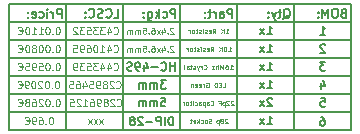
<source format=gbr>
%TF.GenerationSoftware,KiCad,Pcbnew,7.0.7*%
%TF.CreationDate,2024-09-24T12:43:05+02:00*%
%TF.ProjectId,ATMEGA Programmer,41544d45-4741-4205-9072-6f6772616d6d,rev?*%
%TF.SameCoordinates,Original*%
%TF.FileFunction,Legend,Bot*%
%TF.FilePolarity,Positive*%
%FSLAX46Y46*%
G04 Gerber Fmt 4.6, Leading zero omitted, Abs format (unit mm)*
G04 Created by KiCad (PCBNEW 7.0.7) date 2024-09-24 12:43:05*
%MOMM*%
%LPD*%
G01*
G04 APERTURE LIST*
%ADD10C,0.150000*%
%ADD11C,0.100000*%
%ADD12C,0.076000*%
%ADD13C,0.140000*%
%ADD14C,0.080000*%
G04 APERTURE END LIST*
D10*
X136138000Y-114499400D02*
X140964000Y-114499400D01*
X140964000Y-116023400D01*
X136138000Y-116023400D01*
X136138000Y-114499400D01*
X155442000Y-114499400D02*
X160268000Y-114499400D01*
X160268000Y-116023400D01*
X155442000Y-116023400D01*
X155442000Y-114499400D01*
X155442000Y-116023400D02*
X160268000Y-116023400D01*
X160268000Y-117547400D01*
X155442000Y-117547400D01*
X155442000Y-116023400D01*
X136138000Y-119071400D02*
X140964000Y-119071400D01*
X140964000Y-120595400D01*
X136138000Y-120595400D01*
X136138000Y-119071400D01*
X140964000Y-119071400D02*
X145790000Y-119071400D01*
X145790000Y-120595400D01*
X140964000Y-120595400D01*
X140964000Y-119071400D01*
X131337400Y-120595400D02*
X136163400Y-120595400D01*
X136163400Y-122119400D01*
X131337400Y-122119400D01*
X131337400Y-120595400D01*
X136138000Y-111451400D02*
X140964000Y-111451400D01*
X140964000Y-112975400D01*
X136138000Y-112975400D01*
X136138000Y-111451400D01*
X131337400Y-111451400D02*
X136163400Y-111451400D01*
X136163400Y-112975400D01*
X131337400Y-112975400D01*
X131337400Y-111451400D01*
X145790000Y-112975400D02*
X150616000Y-112975400D01*
X150616000Y-114499400D01*
X145790000Y-114499400D01*
X145790000Y-112975400D01*
X140964000Y-112975400D02*
X145790000Y-112975400D01*
X145790000Y-114499400D01*
X140964000Y-114499400D01*
X140964000Y-112975400D01*
X145790000Y-111451400D02*
X150616000Y-111451400D01*
X150616000Y-112975400D01*
X145790000Y-112975400D01*
X145790000Y-111451400D01*
X140964000Y-120595400D02*
X145790000Y-120595400D01*
X145790000Y-122119400D01*
X140964000Y-122119400D01*
X140964000Y-120595400D01*
X136138000Y-116023400D02*
X140964000Y-116023400D01*
X140964000Y-117547400D01*
X136138000Y-117547400D01*
X136138000Y-116023400D01*
X150616000Y-120595400D02*
X155442000Y-120595400D01*
X155442000Y-122119400D01*
X150616000Y-122119400D01*
X150616000Y-120595400D01*
X155442000Y-111451400D02*
X160268000Y-111451400D01*
X160268000Y-112975400D01*
X155442000Y-112975400D01*
X155442000Y-111451400D01*
X136138000Y-120595400D02*
X140964000Y-120595400D01*
X140964000Y-122119400D01*
X136138000Y-122119400D01*
X136138000Y-120595400D01*
X150616000Y-114499400D02*
X155442000Y-114499400D01*
X155442000Y-116023400D01*
X150616000Y-116023400D01*
X150616000Y-114499400D01*
X140964000Y-114499400D02*
X145790000Y-114499400D01*
X145790000Y-116023400D01*
X140964000Y-116023400D01*
X140964000Y-114499400D01*
X150616000Y-116023400D02*
X155442000Y-116023400D01*
X155442000Y-117547400D01*
X150616000Y-117547400D01*
X150616000Y-116023400D01*
X131337400Y-114499400D02*
X136163400Y-114499400D01*
X136163400Y-116023400D01*
X131337400Y-116023400D01*
X131337400Y-114499400D01*
X140964000Y-116023400D02*
X145790000Y-116023400D01*
X145790000Y-117547400D01*
X140964000Y-117547400D01*
X140964000Y-116023400D01*
X155442000Y-120595400D02*
X160268000Y-120595400D01*
X160268000Y-122119400D01*
X155442000Y-122119400D01*
X155442000Y-120595400D01*
X131337400Y-112975400D02*
X136163400Y-112975400D01*
X136163400Y-114499400D01*
X131337400Y-114499400D01*
X131337400Y-112975400D01*
X145790000Y-119071400D02*
X150616000Y-119071400D01*
X150616000Y-120595400D01*
X145790000Y-120595400D01*
X145790000Y-119071400D01*
X155442000Y-112975400D02*
X160268000Y-112975400D01*
X160268000Y-114499400D01*
X155442000Y-114499400D01*
X155442000Y-112975400D01*
X155442000Y-117547400D02*
X160268000Y-117547400D01*
X160268000Y-119071400D01*
X155442000Y-119071400D01*
X155442000Y-117547400D01*
X131337400Y-116023400D02*
X136163400Y-116023400D01*
X136163400Y-117547400D01*
X131337400Y-117547400D01*
X131337400Y-116023400D01*
X150616000Y-111451400D02*
X155442000Y-111451400D01*
X155442000Y-112975400D01*
X150616000Y-112975400D01*
X150616000Y-111451400D01*
X131337400Y-119071400D02*
X136163400Y-119071400D01*
X136163400Y-120595400D01*
X131337400Y-120595400D01*
X131337400Y-119071400D01*
X140964000Y-117547400D02*
X145790000Y-117547400D01*
X145790000Y-119071400D01*
X140964000Y-119071400D01*
X140964000Y-117547400D01*
X150616000Y-112975400D02*
X155442000Y-112975400D01*
X155442000Y-114499400D01*
X150616000Y-114499400D01*
X150616000Y-112975400D01*
X145790000Y-120595400D02*
X150616000Y-120595400D01*
X150616000Y-122119400D01*
X145790000Y-122119400D01*
X145790000Y-120595400D01*
X150616000Y-119071400D02*
X155442000Y-119071400D01*
X155442000Y-120595400D01*
X150616000Y-120595400D01*
X150616000Y-119071400D01*
X136138000Y-117547400D02*
X140964000Y-117547400D01*
X140964000Y-119071400D01*
X136138000Y-119071400D01*
X136138000Y-117547400D01*
X131337400Y-117547400D02*
X136163400Y-117547400D01*
X136163400Y-119071400D01*
X131337400Y-119071400D01*
X131337400Y-117547400D01*
X140964000Y-111451400D02*
X145790000Y-111451400D01*
X145790000Y-112975400D01*
X140964000Y-112975400D01*
X140964000Y-111451400D01*
X145790000Y-114499400D02*
X150616000Y-114499400D01*
X150616000Y-116023400D01*
X145790000Y-116023400D01*
X145790000Y-114499400D01*
X145790000Y-116023400D02*
X150616000Y-116023400D01*
X150616000Y-117547400D01*
X145790000Y-117547400D01*
X145790000Y-116023400D01*
X145790000Y-117547400D02*
X150616000Y-117547400D01*
X150616000Y-119071400D01*
X145790000Y-119071400D01*
X145790000Y-117547400D01*
X155442000Y-119071400D02*
X160268000Y-119071400D01*
X160268000Y-120595400D01*
X155442000Y-120595400D01*
X155442000Y-119071400D01*
X136138000Y-112975400D02*
X140964000Y-112975400D01*
X140964000Y-114499400D01*
X136138000Y-114499400D01*
X136138000Y-112975400D01*
X150616000Y-117547400D02*
X155442000Y-117547400D01*
X155442000Y-119071400D01*
X150616000Y-119071400D01*
X150616000Y-117547400D01*
D11*
X135440886Y-113414371D02*
X135383743Y-113414371D01*
X135383743Y-113414371D02*
X135326600Y-113442942D01*
X135326600Y-113442942D02*
X135298029Y-113471514D01*
X135298029Y-113471514D02*
X135269457Y-113528657D01*
X135269457Y-113528657D02*
X135240886Y-113642942D01*
X135240886Y-113642942D02*
X135240886Y-113785800D01*
X135240886Y-113785800D02*
X135269457Y-113900085D01*
X135269457Y-113900085D02*
X135298029Y-113957228D01*
X135298029Y-113957228D02*
X135326600Y-113985800D01*
X135326600Y-113985800D02*
X135383743Y-114014371D01*
X135383743Y-114014371D02*
X135440886Y-114014371D01*
X135440886Y-114014371D02*
X135498029Y-113985800D01*
X135498029Y-113985800D02*
X135526600Y-113957228D01*
X135526600Y-113957228D02*
X135555171Y-113900085D01*
X135555171Y-113900085D02*
X135583743Y-113785800D01*
X135583743Y-113785800D02*
X135583743Y-113642942D01*
X135583743Y-113642942D02*
X135555171Y-113528657D01*
X135555171Y-113528657D02*
X135526600Y-113471514D01*
X135526600Y-113471514D02*
X135498029Y-113442942D01*
X135498029Y-113442942D02*
X135440886Y-113414371D01*
X134983742Y-113957228D02*
X134955171Y-113985800D01*
X134955171Y-113985800D02*
X134983742Y-114014371D01*
X134983742Y-114014371D02*
X135012314Y-113985800D01*
X135012314Y-113985800D02*
X134983742Y-113957228D01*
X134983742Y-113957228D02*
X134983742Y-114014371D01*
X134583743Y-113414371D02*
X134526600Y-113414371D01*
X134526600Y-113414371D02*
X134469457Y-113442942D01*
X134469457Y-113442942D02*
X134440886Y-113471514D01*
X134440886Y-113471514D02*
X134412314Y-113528657D01*
X134412314Y-113528657D02*
X134383743Y-113642942D01*
X134383743Y-113642942D02*
X134383743Y-113785800D01*
X134383743Y-113785800D02*
X134412314Y-113900085D01*
X134412314Y-113900085D02*
X134440886Y-113957228D01*
X134440886Y-113957228D02*
X134469457Y-113985800D01*
X134469457Y-113985800D02*
X134526600Y-114014371D01*
X134526600Y-114014371D02*
X134583743Y-114014371D01*
X134583743Y-114014371D02*
X134640886Y-113985800D01*
X134640886Y-113985800D02*
X134669457Y-113957228D01*
X134669457Y-113957228D02*
X134698028Y-113900085D01*
X134698028Y-113900085D02*
X134726600Y-113785800D01*
X134726600Y-113785800D02*
X134726600Y-113642942D01*
X134726600Y-113642942D02*
X134698028Y-113528657D01*
X134698028Y-113528657D02*
X134669457Y-113471514D01*
X134669457Y-113471514D02*
X134640886Y-113442942D01*
X134640886Y-113442942D02*
X134583743Y-113414371D01*
X133812314Y-114014371D02*
X134155171Y-114014371D01*
X133983742Y-114014371D02*
X133983742Y-113414371D01*
X133983742Y-113414371D02*
X134040885Y-113500085D01*
X134040885Y-113500085D02*
X134098028Y-113557228D01*
X134098028Y-113557228D02*
X134155171Y-113585800D01*
X133240885Y-114014371D02*
X133583742Y-114014371D01*
X133412313Y-114014371D02*
X133412313Y-113414371D01*
X133412313Y-113414371D02*
X133469456Y-113500085D01*
X133469456Y-113500085D02*
X133526599Y-113557228D01*
X133526599Y-113557228D02*
X133583742Y-113585800D01*
X132869456Y-113414371D02*
X132812313Y-113414371D01*
X132812313Y-113414371D02*
X132755170Y-113442942D01*
X132755170Y-113442942D02*
X132726599Y-113471514D01*
X132726599Y-113471514D02*
X132698027Y-113528657D01*
X132698027Y-113528657D02*
X132669456Y-113642942D01*
X132669456Y-113642942D02*
X132669456Y-113785800D01*
X132669456Y-113785800D02*
X132698027Y-113900085D01*
X132698027Y-113900085D02*
X132726599Y-113957228D01*
X132726599Y-113957228D02*
X132755170Y-113985800D01*
X132755170Y-113985800D02*
X132812313Y-114014371D01*
X132812313Y-114014371D02*
X132869456Y-114014371D01*
X132869456Y-114014371D02*
X132926599Y-113985800D01*
X132926599Y-113985800D02*
X132955170Y-113957228D01*
X132955170Y-113957228D02*
X132983741Y-113900085D01*
X132983741Y-113900085D02*
X133012313Y-113785800D01*
X133012313Y-113785800D02*
X133012313Y-113642942D01*
X133012313Y-113642942D02*
X132983741Y-113528657D01*
X132983741Y-113528657D02*
X132955170Y-113471514D01*
X132955170Y-113471514D02*
X132926599Y-113442942D01*
X132926599Y-113442942D02*
X132869456Y-113414371D01*
X132498027Y-113785800D02*
X132240884Y-113785800D01*
X132498027Y-113642942D02*
X132155170Y-113642942D01*
X132069455Y-113957228D02*
X132098027Y-113985800D01*
X132098027Y-113985800D02*
X132183741Y-114014371D01*
X132183741Y-114014371D02*
X132240884Y-114014371D01*
X132240884Y-114014371D02*
X132326598Y-113985800D01*
X132326598Y-113985800D02*
X132383741Y-113928657D01*
X132383741Y-113928657D02*
X132412312Y-113871514D01*
X132412312Y-113871514D02*
X132440884Y-113757228D01*
X132440884Y-113757228D02*
X132440884Y-113671514D01*
X132440884Y-113671514D02*
X132412312Y-113557228D01*
X132412312Y-113557228D02*
X132383741Y-113500085D01*
X132383741Y-113500085D02*
X132326598Y-113442942D01*
X132326598Y-113442942D02*
X132240884Y-113414371D01*
X132240884Y-113414371D02*
X132183741Y-113414371D01*
X132183741Y-113414371D02*
X132098027Y-113442942D01*
X132098027Y-113442942D02*
X132069455Y-113471514D01*
D12*
X150290419Y-119672590D02*
X150272323Y-119653543D01*
X150272323Y-119653543D02*
X150236133Y-119634495D01*
X150236133Y-119634495D02*
X150145657Y-119634495D01*
X150145657Y-119634495D02*
X150109466Y-119653543D01*
X150109466Y-119653543D02*
X150091371Y-119672590D01*
X150091371Y-119672590D02*
X150073276Y-119710686D01*
X150073276Y-119710686D02*
X150073276Y-119748781D01*
X150073276Y-119748781D02*
X150091371Y-119805924D01*
X150091371Y-119805924D02*
X150308514Y-120034495D01*
X150308514Y-120034495D02*
X150073276Y-120034495D01*
X149928514Y-119672590D02*
X149910418Y-119653543D01*
X149910418Y-119653543D02*
X149874228Y-119634495D01*
X149874228Y-119634495D02*
X149783752Y-119634495D01*
X149783752Y-119634495D02*
X149747561Y-119653543D01*
X149747561Y-119653543D02*
X149729466Y-119672590D01*
X149729466Y-119672590D02*
X149711371Y-119710686D01*
X149711371Y-119710686D02*
X149711371Y-119748781D01*
X149711371Y-119748781D02*
X149729466Y-119805924D01*
X149729466Y-119805924D02*
X149946609Y-120034495D01*
X149946609Y-120034495D02*
X149711371Y-120034495D01*
X149548513Y-119767828D02*
X149548513Y-120167828D01*
X149548513Y-119786876D02*
X149512323Y-119767828D01*
X149512323Y-119767828D02*
X149439942Y-119767828D01*
X149439942Y-119767828D02*
X149403751Y-119786876D01*
X149403751Y-119786876D02*
X149385656Y-119805924D01*
X149385656Y-119805924D02*
X149367561Y-119844019D01*
X149367561Y-119844019D02*
X149367561Y-119958305D01*
X149367561Y-119958305D02*
X149385656Y-119996400D01*
X149385656Y-119996400D02*
X149403751Y-120015448D01*
X149403751Y-120015448D02*
X149439942Y-120034495D01*
X149439942Y-120034495D02*
X149512323Y-120034495D01*
X149512323Y-120034495D02*
X149548513Y-120015448D01*
X149078037Y-119824971D02*
X149204703Y-119824971D01*
X149204703Y-120034495D02*
X149204703Y-119634495D01*
X149204703Y-119634495D02*
X149023751Y-119634495D01*
X148372322Y-119996400D02*
X148390418Y-120015448D01*
X148390418Y-120015448D02*
X148444703Y-120034495D01*
X148444703Y-120034495D02*
X148480894Y-120034495D01*
X148480894Y-120034495D02*
X148535180Y-120015448D01*
X148535180Y-120015448D02*
X148571370Y-119977352D01*
X148571370Y-119977352D02*
X148589465Y-119939257D01*
X148589465Y-119939257D02*
X148607561Y-119863067D01*
X148607561Y-119863067D02*
X148607561Y-119805924D01*
X148607561Y-119805924D02*
X148589465Y-119729733D01*
X148589465Y-119729733D02*
X148571370Y-119691638D01*
X148571370Y-119691638D02*
X148535180Y-119653543D01*
X148535180Y-119653543D02*
X148480894Y-119634495D01*
X148480894Y-119634495D02*
X148444703Y-119634495D01*
X148444703Y-119634495D02*
X148390418Y-119653543D01*
X148390418Y-119653543D02*
X148372322Y-119672590D01*
X148046608Y-120034495D02*
X148046608Y-119824971D01*
X148046608Y-119824971D02*
X148064703Y-119786876D01*
X148064703Y-119786876D02*
X148100894Y-119767828D01*
X148100894Y-119767828D02*
X148173275Y-119767828D01*
X148173275Y-119767828D02*
X148209465Y-119786876D01*
X148046608Y-120015448D02*
X148082799Y-120034495D01*
X148082799Y-120034495D02*
X148173275Y-120034495D01*
X148173275Y-120034495D02*
X148209465Y-120015448D01*
X148209465Y-120015448D02*
X148227561Y-119977352D01*
X148227561Y-119977352D02*
X148227561Y-119939257D01*
X148227561Y-119939257D02*
X148209465Y-119901162D01*
X148209465Y-119901162D02*
X148173275Y-119882114D01*
X148173275Y-119882114D02*
X148082799Y-119882114D01*
X148082799Y-119882114D02*
X148046608Y-119863067D01*
X147865655Y-119767828D02*
X147865655Y-120167828D01*
X147865655Y-119786876D02*
X147829465Y-119767828D01*
X147829465Y-119767828D02*
X147757084Y-119767828D01*
X147757084Y-119767828D02*
X147720893Y-119786876D01*
X147720893Y-119786876D02*
X147702798Y-119805924D01*
X147702798Y-119805924D02*
X147684703Y-119844019D01*
X147684703Y-119844019D02*
X147684703Y-119958305D01*
X147684703Y-119958305D02*
X147702798Y-119996400D01*
X147702798Y-119996400D02*
X147720893Y-120015448D01*
X147720893Y-120015448D02*
X147757084Y-120034495D01*
X147757084Y-120034495D02*
X147829465Y-120034495D01*
X147829465Y-120034495D02*
X147865655Y-120015448D01*
X147358988Y-120034495D02*
X147358988Y-119824971D01*
X147358988Y-119824971D02*
X147377083Y-119786876D01*
X147377083Y-119786876D02*
X147413274Y-119767828D01*
X147413274Y-119767828D02*
X147485655Y-119767828D01*
X147485655Y-119767828D02*
X147521845Y-119786876D01*
X147358988Y-120015448D02*
X147395179Y-120034495D01*
X147395179Y-120034495D02*
X147485655Y-120034495D01*
X147485655Y-120034495D02*
X147521845Y-120015448D01*
X147521845Y-120015448D02*
X147539941Y-119977352D01*
X147539941Y-119977352D02*
X147539941Y-119939257D01*
X147539941Y-119939257D02*
X147521845Y-119901162D01*
X147521845Y-119901162D02*
X147485655Y-119882114D01*
X147485655Y-119882114D02*
X147395179Y-119882114D01*
X147395179Y-119882114D02*
X147358988Y-119863067D01*
X147015178Y-120015448D02*
X147051369Y-120034495D01*
X147051369Y-120034495D02*
X147123750Y-120034495D01*
X147123750Y-120034495D02*
X147159940Y-120015448D01*
X147159940Y-120015448D02*
X147178035Y-119996400D01*
X147178035Y-119996400D02*
X147196131Y-119958305D01*
X147196131Y-119958305D02*
X147196131Y-119844019D01*
X147196131Y-119844019D02*
X147178035Y-119805924D01*
X147178035Y-119805924D02*
X147159940Y-119786876D01*
X147159940Y-119786876D02*
X147123750Y-119767828D01*
X147123750Y-119767828D02*
X147051369Y-119767828D01*
X147051369Y-119767828D02*
X147015178Y-119786876D01*
X146852321Y-120034495D02*
X146852321Y-119767828D01*
X146852321Y-119634495D02*
X146870417Y-119653543D01*
X146870417Y-119653543D02*
X146852321Y-119672590D01*
X146852321Y-119672590D02*
X146834226Y-119653543D01*
X146834226Y-119653543D02*
X146852321Y-119634495D01*
X146852321Y-119634495D02*
X146852321Y-119672590D01*
X146725655Y-119767828D02*
X146580893Y-119767828D01*
X146671369Y-119634495D02*
X146671369Y-119977352D01*
X146671369Y-119977352D02*
X146653274Y-120015448D01*
X146653274Y-120015448D02*
X146617084Y-120034495D01*
X146617084Y-120034495D02*
X146580893Y-120034495D01*
X146399941Y-120034495D02*
X146436131Y-120015448D01*
X146436131Y-120015448D02*
X146454226Y-119996400D01*
X146454226Y-119996400D02*
X146472322Y-119958305D01*
X146472322Y-119958305D02*
X146472322Y-119844019D01*
X146472322Y-119844019D02*
X146454226Y-119805924D01*
X146454226Y-119805924D02*
X146436131Y-119786876D01*
X146436131Y-119786876D02*
X146399941Y-119767828D01*
X146399941Y-119767828D02*
X146345655Y-119767828D01*
X146345655Y-119767828D02*
X146309464Y-119786876D01*
X146309464Y-119786876D02*
X146291369Y-119805924D01*
X146291369Y-119805924D02*
X146273274Y-119844019D01*
X146273274Y-119844019D02*
X146273274Y-119958305D01*
X146273274Y-119958305D02*
X146291369Y-119996400D01*
X146291369Y-119996400D02*
X146309464Y-120015448D01*
X146309464Y-120015448D02*
X146345655Y-120034495D01*
X146345655Y-120034495D02*
X146399941Y-120034495D01*
X146110416Y-120034495D02*
X146110416Y-119767828D01*
X146110416Y-119844019D02*
X146092321Y-119805924D01*
X146092321Y-119805924D02*
X146074226Y-119786876D01*
X146074226Y-119786876D02*
X146038035Y-119767828D01*
X146038035Y-119767828D02*
X146001845Y-119767828D01*
D11*
X134869457Y-121034371D02*
X134812314Y-121034371D01*
X134812314Y-121034371D02*
X134755171Y-121062942D01*
X134755171Y-121062942D02*
X134726600Y-121091514D01*
X134726600Y-121091514D02*
X134698028Y-121148657D01*
X134698028Y-121148657D02*
X134669457Y-121262942D01*
X134669457Y-121262942D02*
X134669457Y-121405800D01*
X134669457Y-121405800D02*
X134698028Y-121520085D01*
X134698028Y-121520085D02*
X134726600Y-121577228D01*
X134726600Y-121577228D02*
X134755171Y-121605800D01*
X134755171Y-121605800D02*
X134812314Y-121634371D01*
X134812314Y-121634371D02*
X134869457Y-121634371D01*
X134869457Y-121634371D02*
X134926600Y-121605800D01*
X134926600Y-121605800D02*
X134955171Y-121577228D01*
X134955171Y-121577228D02*
X134983742Y-121520085D01*
X134983742Y-121520085D02*
X135012314Y-121405800D01*
X135012314Y-121405800D02*
X135012314Y-121262942D01*
X135012314Y-121262942D02*
X134983742Y-121148657D01*
X134983742Y-121148657D02*
X134955171Y-121091514D01*
X134955171Y-121091514D02*
X134926600Y-121062942D01*
X134926600Y-121062942D02*
X134869457Y-121034371D01*
X134412313Y-121577228D02*
X134383742Y-121605800D01*
X134383742Y-121605800D02*
X134412313Y-121634371D01*
X134412313Y-121634371D02*
X134440885Y-121605800D01*
X134440885Y-121605800D02*
X134412313Y-121577228D01*
X134412313Y-121577228D02*
X134412313Y-121634371D01*
X133869457Y-121034371D02*
X133983742Y-121034371D01*
X133983742Y-121034371D02*
X134040885Y-121062942D01*
X134040885Y-121062942D02*
X134069457Y-121091514D01*
X134069457Y-121091514D02*
X134126599Y-121177228D01*
X134126599Y-121177228D02*
X134155171Y-121291514D01*
X134155171Y-121291514D02*
X134155171Y-121520085D01*
X134155171Y-121520085D02*
X134126599Y-121577228D01*
X134126599Y-121577228D02*
X134098028Y-121605800D01*
X134098028Y-121605800D02*
X134040885Y-121634371D01*
X134040885Y-121634371D02*
X133926599Y-121634371D01*
X133926599Y-121634371D02*
X133869457Y-121605800D01*
X133869457Y-121605800D02*
X133840885Y-121577228D01*
X133840885Y-121577228D02*
X133812314Y-121520085D01*
X133812314Y-121520085D02*
X133812314Y-121377228D01*
X133812314Y-121377228D02*
X133840885Y-121320085D01*
X133840885Y-121320085D02*
X133869457Y-121291514D01*
X133869457Y-121291514D02*
X133926599Y-121262942D01*
X133926599Y-121262942D02*
X134040885Y-121262942D01*
X134040885Y-121262942D02*
X134098028Y-121291514D01*
X134098028Y-121291514D02*
X134126599Y-121320085D01*
X134126599Y-121320085D02*
X134155171Y-121377228D01*
X133526599Y-121634371D02*
X133412313Y-121634371D01*
X133412313Y-121634371D02*
X133355170Y-121605800D01*
X133355170Y-121605800D02*
X133326599Y-121577228D01*
X133326599Y-121577228D02*
X133269456Y-121491514D01*
X133269456Y-121491514D02*
X133240885Y-121377228D01*
X133240885Y-121377228D02*
X133240885Y-121148657D01*
X133240885Y-121148657D02*
X133269456Y-121091514D01*
X133269456Y-121091514D02*
X133298028Y-121062942D01*
X133298028Y-121062942D02*
X133355170Y-121034371D01*
X133355170Y-121034371D02*
X133469456Y-121034371D01*
X133469456Y-121034371D02*
X133526599Y-121062942D01*
X133526599Y-121062942D02*
X133555170Y-121091514D01*
X133555170Y-121091514D02*
X133583742Y-121148657D01*
X133583742Y-121148657D02*
X133583742Y-121291514D01*
X133583742Y-121291514D02*
X133555170Y-121348657D01*
X133555170Y-121348657D02*
X133526599Y-121377228D01*
X133526599Y-121377228D02*
X133469456Y-121405800D01*
X133469456Y-121405800D02*
X133355170Y-121405800D01*
X133355170Y-121405800D02*
X133298028Y-121377228D01*
X133298028Y-121377228D02*
X133269456Y-121348657D01*
X133269456Y-121348657D02*
X133240885Y-121291514D01*
X133069456Y-121405800D02*
X132812313Y-121405800D01*
X133069456Y-121262942D02*
X132726599Y-121262942D01*
X132640884Y-121577228D02*
X132669456Y-121605800D01*
X132669456Y-121605800D02*
X132755170Y-121634371D01*
X132755170Y-121634371D02*
X132812313Y-121634371D01*
X132812313Y-121634371D02*
X132898027Y-121605800D01*
X132898027Y-121605800D02*
X132955170Y-121548657D01*
X132955170Y-121548657D02*
X132983741Y-121491514D01*
X132983741Y-121491514D02*
X133012313Y-121377228D01*
X133012313Y-121377228D02*
X133012313Y-121291514D01*
X133012313Y-121291514D02*
X132983741Y-121177228D01*
X132983741Y-121177228D02*
X132955170Y-121120085D01*
X132955170Y-121120085D02*
X132898027Y-121062942D01*
X132898027Y-121062942D02*
X132812313Y-121034371D01*
X132812313Y-121034371D02*
X132755170Y-121034371D01*
X132755170Y-121034371D02*
X132669456Y-121062942D01*
X132669456Y-121062942D02*
X132640884Y-121091514D01*
X135440886Y-119510371D02*
X135383743Y-119510371D01*
X135383743Y-119510371D02*
X135326600Y-119538942D01*
X135326600Y-119538942D02*
X135298029Y-119567514D01*
X135298029Y-119567514D02*
X135269457Y-119624657D01*
X135269457Y-119624657D02*
X135240886Y-119738942D01*
X135240886Y-119738942D02*
X135240886Y-119881800D01*
X135240886Y-119881800D02*
X135269457Y-119996085D01*
X135269457Y-119996085D02*
X135298029Y-120053228D01*
X135298029Y-120053228D02*
X135326600Y-120081800D01*
X135326600Y-120081800D02*
X135383743Y-120110371D01*
X135383743Y-120110371D02*
X135440886Y-120110371D01*
X135440886Y-120110371D02*
X135498029Y-120081800D01*
X135498029Y-120081800D02*
X135526600Y-120053228D01*
X135526600Y-120053228D02*
X135555171Y-119996085D01*
X135555171Y-119996085D02*
X135583743Y-119881800D01*
X135583743Y-119881800D02*
X135583743Y-119738942D01*
X135583743Y-119738942D02*
X135555171Y-119624657D01*
X135555171Y-119624657D02*
X135526600Y-119567514D01*
X135526600Y-119567514D02*
X135498029Y-119538942D01*
X135498029Y-119538942D02*
X135440886Y-119510371D01*
X134983742Y-120053228D02*
X134955171Y-120081800D01*
X134955171Y-120081800D02*
X134983742Y-120110371D01*
X134983742Y-120110371D02*
X135012314Y-120081800D01*
X135012314Y-120081800D02*
X134983742Y-120053228D01*
X134983742Y-120053228D02*
X134983742Y-120110371D01*
X134583743Y-119510371D02*
X134526600Y-119510371D01*
X134526600Y-119510371D02*
X134469457Y-119538942D01*
X134469457Y-119538942D02*
X134440886Y-119567514D01*
X134440886Y-119567514D02*
X134412314Y-119624657D01*
X134412314Y-119624657D02*
X134383743Y-119738942D01*
X134383743Y-119738942D02*
X134383743Y-119881800D01*
X134383743Y-119881800D02*
X134412314Y-119996085D01*
X134412314Y-119996085D02*
X134440886Y-120053228D01*
X134440886Y-120053228D02*
X134469457Y-120081800D01*
X134469457Y-120081800D02*
X134526600Y-120110371D01*
X134526600Y-120110371D02*
X134583743Y-120110371D01*
X134583743Y-120110371D02*
X134640886Y-120081800D01*
X134640886Y-120081800D02*
X134669457Y-120053228D01*
X134669457Y-120053228D02*
X134698028Y-119996085D01*
X134698028Y-119996085D02*
X134726600Y-119881800D01*
X134726600Y-119881800D02*
X134726600Y-119738942D01*
X134726600Y-119738942D02*
X134698028Y-119624657D01*
X134698028Y-119624657D02*
X134669457Y-119567514D01*
X134669457Y-119567514D02*
X134640886Y-119538942D01*
X134640886Y-119538942D02*
X134583743Y-119510371D01*
X134155171Y-119567514D02*
X134126599Y-119538942D01*
X134126599Y-119538942D02*
X134069457Y-119510371D01*
X134069457Y-119510371D02*
X133926599Y-119510371D01*
X133926599Y-119510371D02*
X133869457Y-119538942D01*
X133869457Y-119538942D02*
X133840885Y-119567514D01*
X133840885Y-119567514D02*
X133812314Y-119624657D01*
X133812314Y-119624657D02*
X133812314Y-119681800D01*
X133812314Y-119681800D02*
X133840885Y-119767514D01*
X133840885Y-119767514D02*
X134183742Y-120110371D01*
X134183742Y-120110371D02*
X133812314Y-120110371D01*
X133298028Y-119510371D02*
X133412313Y-119510371D01*
X133412313Y-119510371D02*
X133469456Y-119538942D01*
X133469456Y-119538942D02*
X133498028Y-119567514D01*
X133498028Y-119567514D02*
X133555170Y-119653228D01*
X133555170Y-119653228D02*
X133583742Y-119767514D01*
X133583742Y-119767514D02*
X133583742Y-119996085D01*
X133583742Y-119996085D02*
X133555170Y-120053228D01*
X133555170Y-120053228D02*
X133526599Y-120081800D01*
X133526599Y-120081800D02*
X133469456Y-120110371D01*
X133469456Y-120110371D02*
X133355170Y-120110371D01*
X133355170Y-120110371D02*
X133298028Y-120081800D01*
X133298028Y-120081800D02*
X133269456Y-120053228D01*
X133269456Y-120053228D02*
X133240885Y-119996085D01*
X133240885Y-119996085D02*
X133240885Y-119853228D01*
X133240885Y-119853228D02*
X133269456Y-119796085D01*
X133269456Y-119796085D02*
X133298028Y-119767514D01*
X133298028Y-119767514D02*
X133355170Y-119738942D01*
X133355170Y-119738942D02*
X133469456Y-119738942D01*
X133469456Y-119738942D02*
X133526599Y-119767514D01*
X133526599Y-119767514D02*
X133555170Y-119796085D01*
X133555170Y-119796085D02*
X133583742Y-119853228D01*
X132898027Y-119767514D02*
X132955170Y-119738942D01*
X132955170Y-119738942D02*
X132983741Y-119710371D01*
X132983741Y-119710371D02*
X133012313Y-119653228D01*
X133012313Y-119653228D02*
X133012313Y-119624657D01*
X133012313Y-119624657D02*
X132983741Y-119567514D01*
X132983741Y-119567514D02*
X132955170Y-119538942D01*
X132955170Y-119538942D02*
X132898027Y-119510371D01*
X132898027Y-119510371D02*
X132783741Y-119510371D01*
X132783741Y-119510371D02*
X132726599Y-119538942D01*
X132726599Y-119538942D02*
X132698027Y-119567514D01*
X132698027Y-119567514D02*
X132669456Y-119624657D01*
X132669456Y-119624657D02*
X132669456Y-119653228D01*
X132669456Y-119653228D02*
X132698027Y-119710371D01*
X132698027Y-119710371D02*
X132726599Y-119738942D01*
X132726599Y-119738942D02*
X132783741Y-119767514D01*
X132783741Y-119767514D02*
X132898027Y-119767514D01*
X132898027Y-119767514D02*
X132955170Y-119796085D01*
X132955170Y-119796085D02*
X132983741Y-119824657D01*
X132983741Y-119824657D02*
X133012313Y-119881800D01*
X133012313Y-119881800D02*
X133012313Y-119996085D01*
X133012313Y-119996085D02*
X132983741Y-120053228D01*
X132983741Y-120053228D02*
X132955170Y-120081800D01*
X132955170Y-120081800D02*
X132898027Y-120110371D01*
X132898027Y-120110371D02*
X132783741Y-120110371D01*
X132783741Y-120110371D02*
X132726599Y-120081800D01*
X132726599Y-120081800D02*
X132698027Y-120053228D01*
X132698027Y-120053228D02*
X132669456Y-119996085D01*
X132669456Y-119996085D02*
X132669456Y-119881800D01*
X132669456Y-119881800D02*
X132698027Y-119824657D01*
X132698027Y-119824657D02*
X132726599Y-119796085D01*
X132726599Y-119796085D02*
X132783741Y-119767514D01*
X132498027Y-119881800D02*
X132240884Y-119881800D01*
X132498027Y-119738942D02*
X132155170Y-119738942D01*
X132069455Y-120053228D02*
X132098027Y-120081800D01*
X132098027Y-120081800D02*
X132183741Y-120110371D01*
X132183741Y-120110371D02*
X132240884Y-120110371D01*
X132240884Y-120110371D02*
X132326598Y-120081800D01*
X132326598Y-120081800D02*
X132383741Y-120024657D01*
X132383741Y-120024657D02*
X132412312Y-119967514D01*
X132412312Y-119967514D02*
X132440884Y-119853228D01*
X132440884Y-119853228D02*
X132440884Y-119767514D01*
X132440884Y-119767514D02*
X132412312Y-119653228D01*
X132412312Y-119653228D02*
X132383741Y-119596085D01*
X132383741Y-119596085D02*
X132326598Y-119538942D01*
X132326598Y-119538942D02*
X132240884Y-119510371D01*
X132240884Y-119510371D02*
X132183741Y-119510371D01*
X132183741Y-119510371D02*
X132098027Y-119538942D01*
X132098027Y-119538942D02*
X132069455Y-119567514D01*
D13*
X145328028Y-117098853D02*
X145328028Y-116398853D01*
X145328028Y-116732186D02*
X144928028Y-116732186D01*
X144928028Y-117098853D02*
X144928028Y-116398853D01*
X144194695Y-117032186D02*
X144228028Y-117065520D01*
X144228028Y-117065520D02*
X144328028Y-117098853D01*
X144328028Y-117098853D02*
X144394695Y-117098853D01*
X144394695Y-117098853D02*
X144494695Y-117065520D01*
X144494695Y-117065520D02*
X144561362Y-116998853D01*
X144561362Y-116998853D02*
X144594695Y-116932186D01*
X144594695Y-116932186D02*
X144628028Y-116798853D01*
X144628028Y-116798853D02*
X144628028Y-116698853D01*
X144628028Y-116698853D02*
X144594695Y-116565520D01*
X144594695Y-116565520D02*
X144561362Y-116498853D01*
X144561362Y-116498853D02*
X144494695Y-116432186D01*
X144494695Y-116432186D02*
X144394695Y-116398853D01*
X144394695Y-116398853D02*
X144328028Y-116398853D01*
X144328028Y-116398853D02*
X144228028Y-116432186D01*
X144228028Y-116432186D02*
X144194695Y-116465520D01*
X143894695Y-116832186D02*
X143361362Y-116832186D01*
X142728028Y-116632186D02*
X142728028Y-117098853D01*
X142894695Y-116365520D02*
X143061361Y-116865520D01*
X143061361Y-116865520D02*
X142628028Y-116865520D01*
X142328028Y-117098853D02*
X142194694Y-117098853D01*
X142194694Y-117098853D02*
X142128028Y-117065520D01*
X142128028Y-117065520D02*
X142094694Y-117032186D01*
X142094694Y-117032186D02*
X142028028Y-116932186D01*
X142028028Y-116932186D02*
X141994694Y-116798853D01*
X141994694Y-116798853D02*
X141994694Y-116532186D01*
X141994694Y-116532186D02*
X142028028Y-116465520D01*
X142028028Y-116465520D02*
X142061361Y-116432186D01*
X142061361Y-116432186D02*
X142128028Y-116398853D01*
X142128028Y-116398853D02*
X142261361Y-116398853D01*
X142261361Y-116398853D02*
X142328028Y-116432186D01*
X142328028Y-116432186D02*
X142361361Y-116465520D01*
X142361361Y-116465520D02*
X142394694Y-116532186D01*
X142394694Y-116532186D02*
X142394694Y-116698853D01*
X142394694Y-116698853D02*
X142361361Y-116765520D01*
X142361361Y-116765520D02*
X142328028Y-116798853D01*
X142328028Y-116798853D02*
X142261361Y-116832186D01*
X142261361Y-116832186D02*
X142128028Y-116832186D01*
X142128028Y-116832186D02*
X142061361Y-116798853D01*
X142061361Y-116798853D02*
X142028028Y-116765520D01*
X142028028Y-116765520D02*
X141994694Y-116698853D01*
X141728027Y-117065520D02*
X141628027Y-117098853D01*
X141628027Y-117098853D02*
X141461361Y-117098853D01*
X141461361Y-117098853D02*
X141394694Y-117065520D01*
X141394694Y-117065520D02*
X141361361Y-117032186D01*
X141361361Y-117032186D02*
X141328027Y-116965520D01*
X141328027Y-116965520D02*
X141328027Y-116898853D01*
X141328027Y-116898853D02*
X141361361Y-116832186D01*
X141361361Y-116832186D02*
X141394694Y-116798853D01*
X141394694Y-116798853D02*
X141461361Y-116765520D01*
X141461361Y-116765520D02*
X141594694Y-116732186D01*
X141594694Y-116732186D02*
X141661361Y-116698853D01*
X141661361Y-116698853D02*
X141694694Y-116665520D01*
X141694694Y-116665520D02*
X141728027Y-116598853D01*
X141728027Y-116598853D02*
X141728027Y-116532186D01*
X141728027Y-116532186D02*
X141694694Y-116465520D01*
X141694694Y-116465520D02*
X141661361Y-116432186D01*
X141661361Y-116432186D02*
X141594694Y-116398853D01*
X141594694Y-116398853D02*
X141428027Y-116398853D01*
X141428027Y-116398853D02*
X141328027Y-116432186D01*
D14*
X149649007Y-113938287D02*
X149877578Y-113938287D01*
X149763292Y-113938287D02*
X149763292Y-113538287D01*
X149763292Y-113538287D02*
X149801388Y-113595430D01*
X149801388Y-113595430D02*
X149839483Y-113633525D01*
X149839483Y-113633525D02*
X149877578Y-113652573D01*
X149477578Y-113938287D02*
X149477578Y-113538287D01*
X149249007Y-113938287D02*
X149420436Y-113709716D01*
X149249007Y-113538287D02*
X149477578Y-113766859D01*
X148544245Y-113938287D02*
X148677578Y-113747811D01*
X148772816Y-113938287D02*
X148772816Y-113538287D01*
X148772816Y-113538287D02*
X148620435Y-113538287D01*
X148620435Y-113538287D02*
X148582340Y-113557335D01*
X148582340Y-113557335D02*
X148563293Y-113576382D01*
X148563293Y-113576382D02*
X148544245Y-113614478D01*
X148544245Y-113614478D02*
X148544245Y-113671620D01*
X148544245Y-113671620D02*
X148563293Y-113709716D01*
X148563293Y-113709716D02*
X148582340Y-113728763D01*
X148582340Y-113728763D02*
X148620435Y-113747811D01*
X148620435Y-113747811D02*
X148772816Y-113747811D01*
X148220435Y-113919240D02*
X148258531Y-113938287D01*
X148258531Y-113938287D02*
X148334721Y-113938287D01*
X148334721Y-113938287D02*
X148372816Y-113919240D01*
X148372816Y-113919240D02*
X148391864Y-113881144D01*
X148391864Y-113881144D02*
X148391864Y-113728763D01*
X148391864Y-113728763D02*
X148372816Y-113690668D01*
X148372816Y-113690668D02*
X148334721Y-113671620D01*
X148334721Y-113671620D02*
X148258531Y-113671620D01*
X148258531Y-113671620D02*
X148220435Y-113690668D01*
X148220435Y-113690668D02*
X148201388Y-113728763D01*
X148201388Y-113728763D02*
X148201388Y-113766859D01*
X148201388Y-113766859D02*
X148391864Y-113804954D01*
X148049007Y-113919240D02*
X148010912Y-113938287D01*
X148010912Y-113938287D02*
X147934721Y-113938287D01*
X147934721Y-113938287D02*
X147896626Y-113919240D01*
X147896626Y-113919240D02*
X147877578Y-113881144D01*
X147877578Y-113881144D02*
X147877578Y-113862097D01*
X147877578Y-113862097D02*
X147896626Y-113824001D01*
X147896626Y-113824001D02*
X147934721Y-113804954D01*
X147934721Y-113804954D02*
X147991864Y-113804954D01*
X147991864Y-113804954D02*
X148029959Y-113785906D01*
X148029959Y-113785906D02*
X148049007Y-113747811D01*
X148049007Y-113747811D02*
X148049007Y-113728763D01*
X148049007Y-113728763D02*
X148029959Y-113690668D01*
X148029959Y-113690668D02*
X147991864Y-113671620D01*
X147991864Y-113671620D02*
X147934721Y-113671620D01*
X147934721Y-113671620D02*
X147896626Y-113690668D01*
X147706149Y-113938287D02*
X147706149Y-113671620D01*
X147706149Y-113538287D02*
X147725197Y-113557335D01*
X147725197Y-113557335D02*
X147706149Y-113576382D01*
X147706149Y-113576382D02*
X147687102Y-113557335D01*
X147687102Y-113557335D02*
X147706149Y-113538287D01*
X147706149Y-113538287D02*
X147706149Y-113576382D01*
X147534721Y-113919240D02*
X147496626Y-113938287D01*
X147496626Y-113938287D02*
X147420435Y-113938287D01*
X147420435Y-113938287D02*
X147382340Y-113919240D01*
X147382340Y-113919240D02*
X147363292Y-113881144D01*
X147363292Y-113881144D02*
X147363292Y-113862097D01*
X147363292Y-113862097D02*
X147382340Y-113824001D01*
X147382340Y-113824001D02*
X147420435Y-113804954D01*
X147420435Y-113804954D02*
X147477578Y-113804954D01*
X147477578Y-113804954D02*
X147515673Y-113785906D01*
X147515673Y-113785906D02*
X147534721Y-113747811D01*
X147534721Y-113747811D02*
X147534721Y-113728763D01*
X147534721Y-113728763D02*
X147515673Y-113690668D01*
X147515673Y-113690668D02*
X147477578Y-113671620D01*
X147477578Y-113671620D02*
X147420435Y-113671620D01*
X147420435Y-113671620D02*
X147382340Y-113690668D01*
X147249006Y-113671620D02*
X147096625Y-113671620D01*
X147191863Y-113538287D02*
X147191863Y-113881144D01*
X147191863Y-113881144D02*
X147172816Y-113919240D01*
X147172816Y-113919240D02*
X147134721Y-113938287D01*
X147134721Y-113938287D02*
X147096625Y-113938287D01*
X146906150Y-113938287D02*
X146944245Y-113919240D01*
X146944245Y-113919240D02*
X146963292Y-113900192D01*
X146963292Y-113900192D02*
X146982340Y-113862097D01*
X146982340Y-113862097D02*
X146982340Y-113747811D01*
X146982340Y-113747811D02*
X146963292Y-113709716D01*
X146963292Y-113709716D02*
X146944245Y-113690668D01*
X146944245Y-113690668D02*
X146906150Y-113671620D01*
X146906150Y-113671620D02*
X146849007Y-113671620D01*
X146849007Y-113671620D02*
X146810911Y-113690668D01*
X146810911Y-113690668D02*
X146791864Y-113709716D01*
X146791864Y-113709716D02*
X146772816Y-113747811D01*
X146772816Y-113747811D02*
X146772816Y-113862097D01*
X146772816Y-113862097D02*
X146791864Y-113900192D01*
X146791864Y-113900192D02*
X146810911Y-113919240D01*
X146810911Y-113919240D02*
X146849007Y-113938287D01*
X146849007Y-113938287D02*
X146906150Y-113938287D01*
X146601387Y-113938287D02*
X146601387Y-113671620D01*
X146601387Y-113747811D02*
X146582340Y-113709716D01*
X146582340Y-113709716D02*
X146563292Y-113690668D01*
X146563292Y-113690668D02*
X146525197Y-113671620D01*
X146525197Y-113671620D02*
X146487102Y-113671620D01*
D10*
X144575316Y-117922333D02*
X144141982Y-117922333D01*
X144141982Y-117922333D02*
X144375316Y-118189000D01*
X144375316Y-118189000D02*
X144275316Y-118189000D01*
X144275316Y-118189000D02*
X144208649Y-118222333D01*
X144208649Y-118222333D02*
X144175316Y-118255666D01*
X144175316Y-118255666D02*
X144141982Y-118322333D01*
X144141982Y-118322333D02*
X144141982Y-118489000D01*
X144141982Y-118489000D02*
X144175316Y-118555666D01*
X144175316Y-118555666D02*
X144208649Y-118589000D01*
X144208649Y-118589000D02*
X144275316Y-118622333D01*
X144275316Y-118622333D02*
X144475316Y-118622333D01*
X144475316Y-118622333D02*
X144541982Y-118589000D01*
X144541982Y-118589000D02*
X144575316Y-118555666D01*
X143841982Y-118622333D02*
X143841982Y-118155666D01*
X143841982Y-118222333D02*
X143808649Y-118189000D01*
X143808649Y-118189000D02*
X143741982Y-118155666D01*
X143741982Y-118155666D02*
X143641982Y-118155666D01*
X143641982Y-118155666D02*
X143575315Y-118189000D01*
X143575315Y-118189000D02*
X143541982Y-118255666D01*
X143541982Y-118255666D02*
X143541982Y-118622333D01*
X143541982Y-118255666D02*
X143508649Y-118189000D01*
X143508649Y-118189000D02*
X143441982Y-118155666D01*
X143441982Y-118155666D02*
X143341982Y-118155666D01*
X143341982Y-118155666D02*
X143275315Y-118189000D01*
X143275315Y-118189000D02*
X143241982Y-118255666D01*
X143241982Y-118255666D02*
X143241982Y-118622333D01*
X142908649Y-118622333D02*
X142908649Y-118155666D01*
X142908649Y-118222333D02*
X142875316Y-118189000D01*
X142875316Y-118189000D02*
X142808649Y-118155666D01*
X142808649Y-118155666D02*
X142708649Y-118155666D01*
X142708649Y-118155666D02*
X142641982Y-118189000D01*
X142641982Y-118189000D02*
X142608649Y-118255666D01*
X142608649Y-118255666D02*
X142608649Y-118622333D01*
X142608649Y-118255666D02*
X142575316Y-118189000D01*
X142575316Y-118189000D02*
X142508649Y-118155666D01*
X142508649Y-118155666D02*
X142408649Y-118155666D01*
X142408649Y-118155666D02*
X142341982Y-118189000D01*
X142341982Y-118189000D02*
X142308649Y-118255666D01*
X142308649Y-118255666D02*
X142308649Y-118622333D01*
D11*
X140155772Y-113957228D02*
X140184344Y-113985800D01*
X140184344Y-113985800D02*
X140270058Y-114014371D01*
X140270058Y-114014371D02*
X140327201Y-114014371D01*
X140327201Y-114014371D02*
X140412915Y-113985800D01*
X140412915Y-113985800D02*
X140470058Y-113928657D01*
X140470058Y-113928657D02*
X140498629Y-113871514D01*
X140498629Y-113871514D02*
X140527201Y-113757228D01*
X140527201Y-113757228D02*
X140527201Y-113671514D01*
X140527201Y-113671514D02*
X140498629Y-113557228D01*
X140498629Y-113557228D02*
X140470058Y-113500085D01*
X140470058Y-113500085D02*
X140412915Y-113442942D01*
X140412915Y-113442942D02*
X140327201Y-113414371D01*
X140327201Y-113414371D02*
X140270058Y-113414371D01*
X140270058Y-113414371D02*
X140184344Y-113442942D01*
X140184344Y-113442942D02*
X140155772Y-113471514D01*
X139641487Y-113614371D02*
X139641487Y-114014371D01*
X139784344Y-113385800D02*
X139927201Y-113814371D01*
X139927201Y-113814371D02*
X139555772Y-113814371D01*
X139384343Y-113414371D02*
X139012915Y-113414371D01*
X139012915Y-113414371D02*
X139212915Y-113642942D01*
X139212915Y-113642942D02*
X139127200Y-113642942D01*
X139127200Y-113642942D02*
X139070058Y-113671514D01*
X139070058Y-113671514D02*
X139041486Y-113700085D01*
X139041486Y-113700085D02*
X139012915Y-113757228D01*
X139012915Y-113757228D02*
X139012915Y-113900085D01*
X139012915Y-113900085D02*
X139041486Y-113957228D01*
X139041486Y-113957228D02*
X139070058Y-113985800D01*
X139070058Y-113985800D02*
X139127200Y-114014371D01*
X139127200Y-114014371D02*
X139298629Y-114014371D01*
X139298629Y-114014371D02*
X139355772Y-113985800D01*
X139355772Y-113985800D02*
X139384343Y-113957228D01*
X138812914Y-113414371D02*
X138441486Y-113414371D01*
X138441486Y-113414371D02*
X138641486Y-113642942D01*
X138641486Y-113642942D02*
X138555771Y-113642942D01*
X138555771Y-113642942D02*
X138498629Y-113671514D01*
X138498629Y-113671514D02*
X138470057Y-113700085D01*
X138470057Y-113700085D02*
X138441486Y-113757228D01*
X138441486Y-113757228D02*
X138441486Y-113900085D01*
X138441486Y-113900085D02*
X138470057Y-113957228D01*
X138470057Y-113957228D02*
X138498629Y-113985800D01*
X138498629Y-113985800D02*
X138555771Y-114014371D01*
X138555771Y-114014371D02*
X138727200Y-114014371D01*
X138727200Y-114014371D02*
X138784343Y-113985800D01*
X138784343Y-113985800D02*
X138812914Y-113957228D01*
X137898628Y-113414371D02*
X138184342Y-113414371D01*
X138184342Y-113414371D02*
X138212914Y-113700085D01*
X138212914Y-113700085D02*
X138184342Y-113671514D01*
X138184342Y-113671514D02*
X138127200Y-113642942D01*
X138127200Y-113642942D02*
X137984342Y-113642942D01*
X137984342Y-113642942D02*
X137927200Y-113671514D01*
X137927200Y-113671514D02*
X137898628Y-113700085D01*
X137898628Y-113700085D02*
X137870057Y-113757228D01*
X137870057Y-113757228D02*
X137870057Y-113900085D01*
X137870057Y-113900085D02*
X137898628Y-113957228D01*
X137898628Y-113957228D02*
X137927200Y-113985800D01*
X137927200Y-113985800D02*
X137984342Y-114014371D01*
X137984342Y-114014371D02*
X138127200Y-114014371D01*
X138127200Y-114014371D02*
X138184342Y-113985800D01*
X138184342Y-113985800D02*
X138212914Y-113957228D01*
X137670056Y-113414371D02*
X137298628Y-113414371D01*
X137298628Y-113414371D02*
X137498628Y-113642942D01*
X137498628Y-113642942D02*
X137412913Y-113642942D01*
X137412913Y-113642942D02*
X137355771Y-113671514D01*
X137355771Y-113671514D02*
X137327199Y-113700085D01*
X137327199Y-113700085D02*
X137298628Y-113757228D01*
X137298628Y-113757228D02*
X137298628Y-113900085D01*
X137298628Y-113900085D02*
X137327199Y-113957228D01*
X137327199Y-113957228D02*
X137355771Y-113985800D01*
X137355771Y-113985800D02*
X137412913Y-114014371D01*
X137412913Y-114014371D02*
X137584342Y-114014371D01*
X137584342Y-114014371D02*
X137641485Y-113985800D01*
X137641485Y-113985800D02*
X137670056Y-113957228D01*
X137070056Y-113471514D02*
X137041484Y-113442942D01*
X137041484Y-113442942D02*
X136984342Y-113414371D01*
X136984342Y-113414371D02*
X136841484Y-113414371D01*
X136841484Y-113414371D02*
X136784342Y-113442942D01*
X136784342Y-113442942D02*
X136755770Y-113471514D01*
X136755770Y-113471514D02*
X136727199Y-113528657D01*
X136727199Y-113528657D02*
X136727199Y-113585800D01*
X136727199Y-113585800D02*
X136755770Y-113671514D01*
X136755770Y-113671514D02*
X137098627Y-114014371D01*
X137098627Y-114014371D02*
X136727199Y-114014371D01*
D10*
X157654782Y-114050333D02*
X158054782Y-114050333D01*
X157854782Y-114050333D02*
X157854782Y-113350333D01*
X157854782Y-113350333D02*
X157921449Y-113450333D01*
X157921449Y-113450333D02*
X157988116Y-113517000D01*
X157988116Y-113517000D02*
X158054782Y-113550333D01*
D11*
X140155772Y-117005228D02*
X140184344Y-117033800D01*
X140184344Y-117033800D02*
X140270058Y-117062371D01*
X140270058Y-117062371D02*
X140327201Y-117062371D01*
X140327201Y-117062371D02*
X140412915Y-117033800D01*
X140412915Y-117033800D02*
X140470058Y-116976657D01*
X140470058Y-116976657D02*
X140498629Y-116919514D01*
X140498629Y-116919514D02*
X140527201Y-116805228D01*
X140527201Y-116805228D02*
X140527201Y-116719514D01*
X140527201Y-116719514D02*
X140498629Y-116605228D01*
X140498629Y-116605228D02*
X140470058Y-116548085D01*
X140470058Y-116548085D02*
X140412915Y-116490942D01*
X140412915Y-116490942D02*
X140327201Y-116462371D01*
X140327201Y-116462371D02*
X140270058Y-116462371D01*
X140270058Y-116462371D02*
X140184344Y-116490942D01*
X140184344Y-116490942D02*
X140155772Y-116519514D01*
X139641487Y-116662371D02*
X139641487Y-117062371D01*
X139784344Y-116433800D02*
X139927201Y-116862371D01*
X139927201Y-116862371D02*
X139555772Y-116862371D01*
X139070058Y-116662371D02*
X139070058Y-117062371D01*
X139212915Y-116433800D02*
X139355772Y-116862371D01*
X139355772Y-116862371D02*
X138984343Y-116862371D01*
X138812914Y-116462371D02*
X138441486Y-116462371D01*
X138441486Y-116462371D02*
X138641486Y-116690942D01*
X138641486Y-116690942D02*
X138555771Y-116690942D01*
X138555771Y-116690942D02*
X138498629Y-116719514D01*
X138498629Y-116719514D02*
X138470057Y-116748085D01*
X138470057Y-116748085D02*
X138441486Y-116805228D01*
X138441486Y-116805228D02*
X138441486Y-116948085D01*
X138441486Y-116948085D02*
X138470057Y-117005228D01*
X138470057Y-117005228D02*
X138498629Y-117033800D01*
X138498629Y-117033800D02*
X138555771Y-117062371D01*
X138555771Y-117062371D02*
X138727200Y-117062371D01*
X138727200Y-117062371D02*
X138784343Y-117033800D01*
X138784343Y-117033800D02*
X138812914Y-117005228D01*
X137898628Y-116462371D02*
X138184342Y-116462371D01*
X138184342Y-116462371D02*
X138212914Y-116748085D01*
X138212914Y-116748085D02*
X138184342Y-116719514D01*
X138184342Y-116719514D02*
X138127200Y-116690942D01*
X138127200Y-116690942D02*
X137984342Y-116690942D01*
X137984342Y-116690942D02*
X137927200Y-116719514D01*
X137927200Y-116719514D02*
X137898628Y-116748085D01*
X137898628Y-116748085D02*
X137870057Y-116805228D01*
X137870057Y-116805228D02*
X137870057Y-116948085D01*
X137870057Y-116948085D02*
X137898628Y-117005228D01*
X137898628Y-117005228D02*
X137927200Y-117033800D01*
X137927200Y-117033800D02*
X137984342Y-117062371D01*
X137984342Y-117062371D02*
X138127200Y-117062371D01*
X138127200Y-117062371D02*
X138184342Y-117033800D01*
X138184342Y-117033800D02*
X138212914Y-117005228D01*
X137670056Y-116462371D02*
X137298628Y-116462371D01*
X137298628Y-116462371D02*
X137498628Y-116690942D01*
X137498628Y-116690942D02*
X137412913Y-116690942D01*
X137412913Y-116690942D02*
X137355771Y-116719514D01*
X137355771Y-116719514D02*
X137327199Y-116748085D01*
X137327199Y-116748085D02*
X137298628Y-116805228D01*
X137298628Y-116805228D02*
X137298628Y-116948085D01*
X137298628Y-116948085D02*
X137327199Y-117005228D01*
X137327199Y-117005228D02*
X137355771Y-117033800D01*
X137355771Y-117033800D02*
X137412913Y-117062371D01*
X137412913Y-117062371D02*
X137584342Y-117062371D01*
X137584342Y-117062371D02*
X137641485Y-117033800D01*
X137641485Y-117033800D02*
X137670056Y-117005228D01*
X137012913Y-117062371D02*
X136898627Y-117062371D01*
X136898627Y-117062371D02*
X136841484Y-117033800D01*
X136841484Y-117033800D02*
X136812913Y-117005228D01*
X136812913Y-117005228D02*
X136755770Y-116919514D01*
X136755770Y-116919514D02*
X136727199Y-116805228D01*
X136727199Y-116805228D02*
X136727199Y-116576657D01*
X136727199Y-116576657D02*
X136755770Y-116519514D01*
X136755770Y-116519514D02*
X136784342Y-116490942D01*
X136784342Y-116490942D02*
X136841484Y-116462371D01*
X136841484Y-116462371D02*
X136955770Y-116462371D01*
X136955770Y-116462371D02*
X137012913Y-116490942D01*
X137012913Y-116490942D02*
X137041484Y-116519514D01*
X137041484Y-116519514D02*
X137070056Y-116576657D01*
X137070056Y-116576657D02*
X137070056Y-116719514D01*
X137070056Y-116719514D02*
X137041484Y-116776657D01*
X137041484Y-116776657D02*
X137012913Y-116805228D01*
X137012913Y-116805228D02*
X136955770Y-116833800D01*
X136955770Y-116833800D02*
X136841484Y-116833800D01*
X136841484Y-116833800D02*
X136784342Y-116805228D01*
X136784342Y-116805228D02*
X136755770Y-116776657D01*
X136755770Y-116776657D02*
X136727199Y-116719514D01*
D10*
X145169049Y-121721133D02*
X145169049Y-121021133D01*
X145169049Y-121021133D02*
X145002382Y-121021133D01*
X145002382Y-121021133D02*
X144902382Y-121054466D01*
X144902382Y-121054466D02*
X144835716Y-121121133D01*
X144835716Y-121121133D02*
X144802382Y-121187800D01*
X144802382Y-121187800D02*
X144769049Y-121321133D01*
X144769049Y-121321133D02*
X144769049Y-121421133D01*
X144769049Y-121421133D02*
X144802382Y-121554466D01*
X144802382Y-121554466D02*
X144835716Y-121621133D01*
X144835716Y-121621133D02*
X144902382Y-121687800D01*
X144902382Y-121687800D02*
X145002382Y-121721133D01*
X145002382Y-121721133D02*
X145169049Y-121721133D01*
X144469049Y-121721133D02*
X144469049Y-121021133D01*
X144135716Y-121721133D02*
X144135716Y-121021133D01*
X144135716Y-121021133D02*
X143869049Y-121021133D01*
X143869049Y-121021133D02*
X143802383Y-121054466D01*
X143802383Y-121054466D02*
X143769049Y-121087800D01*
X143769049Y-121087800D02*
X143735716Y-121154466D01*
X143735716Y-121154466D02*
X143735716Y-121254466D01*
X143735716Y-121254466D02*
X143769049Y-121321133D01*
X143769049Y-121321133D02*
X143802383Y-121354466D01*
X143802383Y-121354466D02*
X143869049Y-121387800D01*
X143869049Y-121387800D02*
X144135716Y-121387800D01*
X143435716Y-121454466D02*
X142902383Y-121454466D01*
X142602382Y-121087800D02*
X142569049Y-121054466D01*
X142569049Y-121054466D02*
X142502382Y-121021133D01*
X142502382Y-121021133D02*
X142335716Y-121021133D01*
X142335716Y-121021133D02*
X142269049Y-121054466D01*
X142269049Y-121054466D02*
X142235716Y-121087800D01*
X142235716Y-121087800D02*
X142202382Y-121154466D01*
X142202382Y-121154466D02*
X142202382Y-121221133D01*
X142202382Y-121221133D02*
X142235716Y-121321133D01*
X142235716Y-121321133D02*
X142635716Y-121721133D01*
X142635716Y-121721133D02*
X142202382Y-121721133D01*
X141802382Y-121321133D02*
X141869049Y-121287800D01*
X141869049Y-121287800D02*
X141902382Y-121254466D01*
X141902382Y-121254466D02*
X141935715Y-121187800D01*
X141935715Y-121187800D02*
X141935715Y-121154466D01*
X141935715Y-121154466D02*
X141902382Y-121087800D01*
X141902382Y-121087800D02*
X141869049Y-121054466D01*
X141869049Y-121054466D02*
X141802382Y-121021133D01*
X141802382Y-121021133D02*
X141669049Y-121021133D01*
X141669049Y-121021133D02*
X141602382Y-121054466D01*
X141602382Y-121054466D02*
X141569049Y-121087800D01*
X141569049Y-121087800D02*
X141535715Y-121154466D01*
X141535715Y-121154466D02*
X141535715Y-121187800D01*
X141535715Y-121187800D02*
X141569049Y-121254466D01*
X141569049Y-121254466D02*
X141602382Y-121287800D01*
X141602382Y-121287800D02*
X141669049Y-121321133D01*
X141669049Y-121321133D02*
X141802382Y-121321133D01*
X141802382Y-121321133D02*
X141869049Y-121354466D01*
X141869049Y-121354466D02*
X141902382Y-121387800D01*
X141902382Y-121387800D02*
X141935715Y-121454466D01*
X141935715Y-121454466D02*
X141935715Y-121587800D01*
X141935715Y-121587800D02*
X141902382Y-121654466D01*
X141902382Y-121654466D02*
X141869049Y-121687800D01*
X141869049Y-121687800D02*
X141802382Y-121721133D01*
X141802382Y-121721133D02*
X141669049Y-121721133D01*
X141669049Y-121721133D02*
X141602382Y-121687800D01*
X141602382Y-121687800D02*
X141569049Y-121654466D01*
X141569049Y-121654466D02*
X141535715Y-121587800D01*
X141535715Y-121587800D02*
X141535715Y-121454466D01*
X141535715Y-121454466D02*
X141569049Y-121387800D01*
X141569049Y-121387800D02*
X141602382Y-121354466D01*
X141602382Y-121354466D02*
X141669049Y-121321133D01*
X145385744Y-112621814D02*
X145385744Y-111871814D01*
X145385744Y-111871814D02*
X145100030Y-111871814D01*
X145100030Y-111871814D02*
X145028601Y-111907528D01*
X145028601Y-111907528D02*
X144992887Y-111943242D01*
X144992887Y-111943242D02*
X144957173Y-112014671D01*
X144957173Y-112014671D02*
X144957173Y-112121814D01*
X144957173Y-112121814D02*
X144992887Y-112193242D01*
X144992887Y-112193242D02*
X145028601Y-112228957D01*
X145028601Y-112228957D02*
X145100030Y-112264671D01*
X145100030Y-112264671D02*
X145385744Y-112264671D01*
X144314316Y-112586100D02*
X144385744Y-112621814D01*
X144385744Y-112621814D02*
X144528601Y-112621814D01*
X144528601Y-112621814D02*
X144600030Y-112586100D01*
X144600030Y-112586100D02*
X144635744Y-112550385D01*
X144635744Y-112550385D02*
X144671458Y-112478957D01*
X144671458Y-112478957D02*
X144671458Y-112264671D01*
X144671458Y-112264671D02*
X144635744Y-112193242D01*
X144635744Y-112193242D02*
X144600030Y-112157528D01*
X144600030Y-112157528D02*
X144528601Y-112121814D01*
X144528601Y-112121814D02*
X144385744Y-112121814D01*
X144385744Y-112121814D02*
X144314316Y-112157528D01*
X143992887Y-112621814D02*
X143992887Y-111871814D01*
X143921459Y-112336100D02*
X143707173Y-112621814D01*
X143707173Y-112121814D02*
X143992887Y-112407528D01*
X143064316Y-112121814D02*
X143064316Y-112728957D01*
X143064316Y-112728957D02*
X143100030Y-112800385D01*
X143100030Y-112800385D02*
X143135744Y-112836100D01*
X143135744Y-112836100D02*
X143207173Y-112871814D01*
X143207173Y-112871814D02*
X143314316Y-112871814D01*
X143314316Y-112871814D02*
X143385744Y-112836100D01*
X143064316Y-112586100D02*
X143135744Y-112621814D01*
X143135744Y-112621814D02*
X143278601Y-112621814D01*
X143278601Y-112621814D02*
X143350030Y-112586100D01*
X143350030Y-112586100D02*
X143385744Y-112550385D01*
X143385744Y-112550385D02*
X143421458Y-112478957D01*
X143421458Y-112478957D02*
X143421458Y-112264671D01*
X143421458Y-112264671D02*
X143385744Y-112193242D01*
X143385744Y-112193242D02*
X143350030Y-112157528D01*
X143350030Y-112157528D02*
X143278601Y-112121814D01*
X143278601Y-112121814D02*
X143135744Y-112121814D01*
X143135744Y-112121814D02*
X143064316Y-112157528D01*
X142707173Y-112550385D02*
X142671459Y-112586100D01*
X142671459Y-112586100D02*
X142707173Y-112621814D01*
X142707173Y-112621814D02*
X142742887Y-112586100D01*
X142742887Y-112586100D02*
X142707173Y-112550385D01*
X142707173Y-112550385D02*
X142707173Y-112621814D01*
X142707173Y-112157528D02*
X142671459Y-112193242D01*
X142671459Y-112193242D02*
X142707173Y-112228957D01*
X142707173Y-112228957D02*
X142742887Y-112193242D01*
X142742887Y-112193242D02*
X142707173Y-112157528D01*
X142707173Y-112157528D02*
X142707173Y-112228957D01*
D11*
X139270056Y-121634371D02*
X138955771Y-121234371D01*
X139270056Y-121234371D02*
X138955771Y-121634371D01*
X138784342Y-121634371D02*
X138470057Y-121234371D01*
X138784342Y-121234371D02*
X138470057Y-121634371D01*
X138298628Y-121634371D02*
X137984343Y-121234371D01*
X138298628Y-121234371D02*
X137984343Y-121634371D01*
D10*
X135759144Y-112621814D02*
X135759144Y-111871814D01*
X135759144Y-111871814D02*
X135473430Y-111871814D01*
X135473430Y-111871814D02*
X135402001Y-111907528D01*
X135402001Y-111907528D02*
X135366287Y-111943242D01*
X135366287Y-111943242D02*
X135330573Y-112014671D01*
X135330573Y-112014671D02*
X135330573Y-112121814D01*
X135330573Y-112121814D02*
X135366287Y-112193242D01*
X135366287Y-112193242D02*
X135402001Y-112228957D01*
X135402001Y-112228957D02*
X135473430Y-112264671D01*
X135473430Y-112264671D02*
X135759144Y-112264671D01*
X135009144Y-112621814D02*
X135009144Y-112121814D01*
X135009144Y-112264671D02*
X134973430Y-112193242D01*
X134973430Y-112193242D02*
X134937716Y-112157528D01*
X134937716Y-112157528D02*
X134866287Y-112121814D01*
X134866287Y-112121814D02*
X134794858Y-112121814D01*
X134544858Y-112621814D02*
X134544858Y-112121814D01*
X134544858Y-111871814D02*
X134580572Y-111907528D01*
X134580572Y-111907528D02*
X134544858Y-111943242D01*
X134544858Y-111943242D02*
X134509144Y-111907528D01*
X134509144Y-111907528D02*
X134544858Y-111871814D01*
X134544858Y-111871814D02*
X134544858Y-111943242D01*
X133866287Y-112586100D02*
X133937715Y-112621814D01*
X133937715Y-112621814D02*
X134080572Y-112621814D01*
X134080572Y-112621814D02*
X134152001Y-112586100D01*
X134152001Y-112586100D02*
X134187715Y-112550385D01*
X134187715Y-112550385D02*
X134223429Y-112478957D01*
X134223429Y-112478957D02*
X134223429Y-112264671D01*
X134223429Y-112264671D02*
X134187715Y-112193242D01*
X134187715Y-112193242D02*
X134152001Y-112157528D01*
X134152001Y-112157528D02*
X134080572Y-112121814D01*
X134080572Y-112121814D02*
X133937715Y-112121814D01*
X133937715Y-112121814D02*
X133866287Y-112157528D01*
X133259144Y-112586100D02*
X133330572Y-112621814D01*
X133330572Y-112621814D02*
X133473430Y-112621814D01*
X133473430Y-112621814D02*
X133544858Y-112586100D01*
X133544858Y-112586100D02*
X133580572Y-112514671D01*
X133580572Y-112514671D02*
X133580572Y-112228957D01*
X133580572Y-112228957D02*
X133544858Y-112157528D01*
X133544858Y-112157528D02*
X133473430Y-112121814D01*
X133473430Y-112121814D02*
X133330572Y-112121814D01*
X133330572Y-112121814D02*
X133259144Y-112157528D01*
X133259144Y-112157528D02*
X133223430Y-112228957D01*
X133223430Y-112228957D02*
X133223430Y-112300385D01*
X133223430Y-112300385D02*
X133580572Y-112371814D01*
X132902001Y-112550385D02*
X132866287Y-112586100D01*
X132866287Y-112586100D02*
X132902001Y-112621814D01*
X132902001Y-112621814D02*
X132937715Y-112586100D01*
X132937715Y-112586100D02*
X132902001Y-112550385D01*
X132902001Y-112550385D02*
X132902001Y-112621814D01*
X132902001Y-112157528D02*
X132866287Y-112193242D01*
X132866287Y-112193242D02*
X132902001Y-112228957D01*
X132902001Y-112228957D02*
X132937715Y-112193242D01*
X132937715Y-112193242D02*
X132902001Y-112157528D01*
X132902001Y-112157528D02*
X132902001Y-112228957D01*
X153158982Y-118596933D02*
X153558982Y-118596933D01*
X153358982Y-118596933D02*
X153358982Y-117896933D01*
X153358982Y-117896933D02*
X153425649Y-117996933D01*
X153425649Y-117996933D02*
X153492316Y-118063600D01*
X153492316Y-118063600D02*
X153558982Y-118096933D01*
X152925649Y-118596933D02*
X152558982Y-118130266D01*
X152925649Y-118130266D02*
X152558982Y-118596933D01*
X144175316Y-119420933D02*
X144508649Y-119420933D01*
X144508649Y-119420933D02*
X144541982Y-119754266D01*
X144541982Y-119754266D02*
X144508649Y-119720933D01*
X144508649Y-119720933D02*
X144441982Y-119687600D01*
X144441982Y-119687600D02*
X144275316Y-119687600D01*
X144275316Y-119687600D02*
X144208649Y-119720933D01*
X144208649Y-119720933D02*
X144175316Y-119754266D01*
X144175316Y-119754266D02*
X144141982Y-119820933D01*
X144141982Y-119820933D02*
X144141982Y-119987600D01*
X144141982Y-119987600D02*
X144175316Y-120054266D01*
X144175316Y-120054266D02*
X144208649Y-120087600D01*
X144208649Y-120087600D02*
X144275316Y-120120933D01*
X144275316Y-120120933D02*
X144441982Y-120120933D01*
X144441982Y-120120933D02*
X144508649Y-120087600D01*
X144508649Y-120087600D02*
X144541982Y-120054266D01*
X143841982Y-120120933D02*
X143841982Y-119654266D01*
X143841982Y-119720933D02*
X143808649Y-119687600D01*
X143808649Y-119687600D02*
X143741982Y-119654266D01*
X143741982Y-119654266D02*
X143641982Y-119654266D01*
X143641982Y-119654266D02*
X143575315Y-119687600D01*
X143575315Y-119687600D02*
X143541982Y-119754266D01*
X143541982Y-119754266D02*
X143541982Y-120120933D01*
X143541982Y-119754266D02*
X143508649Y-119687600D01*
X143508649Y-119687600D02*
X143441982Y-119654266D01*
X143441982Y-119654266D02*
X143341982Y-119654266D01*
X143341982Y-119654266D02*
X143275315Y-119687600D01*
X143275315Y-119687600D02*
X143241982Y-119754266D01*
X143241982Y-119754266D02*
X143241982Y-120120933D01*
X142908649Y-120120933D02*
X142908649Y-119654266D01*
X142908649Y-119720933D02*
X142875316Y-119687600D01*
X142875316Y-119687600D02*
X142808649Y-119654266D01*
X142808649Y-119654266D02*
X142708649Y-119654266D01*
X142708649Y-119654266D02*
X142641982Y-119687600D01*
X142641982Y-119687600D02*
X142608649Y-119754266D01*
X142608649Y-119754266D02*
X142608649Y-120120933D01*
X142608649Y-119754266D02*
X142575316Y-119687600D01*
X142575316Y-119687600D02*
X142508649Y-119654266D01*
X142508649Y-119654266D02*
X142408649Y-119654266D01*
X142408649Y-119654266D02*
X142341982Y-119687600D01*
X142341982Y-119687600D02*
X142308649Y-119754266D01*
X142308649Y-119754266D02*
X142308649Y-120120933D01*
X153558982Y-119487600D02*
X153525649Y-119454266D01*
X153525649Y-119454266D02*
X153458982Y-119420933D01*
X153458982Y-119420933D02*
X153292316Y-119420933D01*
X153292316Y-119420933D02*
X153225649Y-119454266D01*
X153225649Y-119454266D02*
X153192316Y-119487600D01*
X153192316Y-119487600D02*
X153158982Y-119554266D01*
X153158982Y-119554266D02*
X153158982Y-119620933D01*
X153158982Y-119620933D02*
X153192316Y-119720933D01*
X153192316Y-119720933D02*
X153592316Y-120120933D01*
X153592316Y-120120933D02*
X153158982Y-120120933D01*
X152925649Y-120120933D02*
X152558982Y-119654266D01*
X152925649Y-119654266D02*
X152558982Y-120120933D01*
D11*
X140441486Y-120053228D02*
X140470058Y-120081800D01*
X140470058Y-120081800D02*
X140555772Y-120110371D01*
X140555772Y-120110371D02*
X140612915Y-120110371D01*
X140612915Y-120110371D02*
X140698629Y-120081800D01*
X140698629Y-120081800D02*
X140755772Y-120024657D01*
X140755772Y-120024657D02*
X140784343Y-119967514D01*
X140784343Y-119967514D02*
X140812915Y-119853228D01*
X140812915Y-119853228D02*
X140812915Y-119767514D01*
X140812915Y-119767514D02*
X140784343Y-119653228D01*
X140784343Y-119653228D02*
X140755772Y-119596085D01*
X140755772Y-119596085D02*
X140698629Y-119538942D01*
X140698629Y-119538942D02*
X140612915Y-119510371D01*
X140612915Y-119510371D02*
X140555772Y-119510371D01*
X140555772Y-119510371D02*
X140470058Y-119538942D01*
X140470058Y-119538942D02*
X140441486Y-119567514D01*
X140212915Y-119567514D02*
X140184343Y-119538942D01*
X140184343Y-119538942D02*
X140127201Y-119510371D01*
X140127201Y-119510371D02*
X139984343Y-119510371D01*
X139984343Y-119510371D02*
X139927201Y-119538942D01*
X139927201Y-119538942D02*
X139898629Y-119567514D01*
X139898629Y-119567514D02*
X139870058Y-119624657D01*
X139870058Y-119624657D02*
X139870058Y-119681800D01*
X139870058Y-119681800D02*
X139898629Y-119767514D01*
X139898629Y-119767514D02*
X140241486Y-120110371D01*
X140241486Y-120110371D02*
X139870058Y-120110371D01*
X139527200Y-119767514D02*
X139584343Y-119738942D01*
X139584343Y-119738942D02*
X139612914Y-119710371D01*
X139612914Y-119710371D02*
X139641486Y-119653228D01*
X139641486Y-119653228D02*
X139641486Y-119624657D01*
X139641486Y-119624657D02*
X139612914Y-119567514D01*
X139612914Y-119567514D02*
X139584343Y-119538942D01*
X139584343Y-119538942D02*
X139527200Y-119510371D01*
X139527200Y-119510371D02*
X139412914Y-119510371D01*
X139412914Y-119510371D02*
X139355772Y-119538942D01*
X139355772Y-119538942D02*
X139327200Y-119567514D01*
X139327200Y-119567514D02*
X139298629Y-119624657D01*
X139298629Y-119624657D02*
X139298629Y-119653228D01*
X139298629Y-119653228D02*
X139327200Y-119710371D01*
X139327200Y-119710371D02*
X139355772Y-119738942D01*
X139355772Y-119738942D02*
X139412914Y-119767514D01*
X139412914Y-119767514D02*
X139527200Y-119767514D01*
X139527200Y-119767514D02*
X139584343Y-119796085D01*
X139584343Y-119796085D02*
X139612914Y-119824657D01*
X139612914Y-119824657D02*
X139641486Y-119881800D01*
X139641486Y-119881800D02*
X139641486Y-119996085D01*
X139641486Y-119996085D02*
X139612914Y-120053228D01*
X139612914Y-120053228D02*
X139584343Y-120081800D01*
X139584343Y-120081800D02*
X139527200Y-120110371D01*
X139527200Y-120110371D02*
X139412914Y-120110371D01*
X139412914Y-120110371D02*
X139355772Y-120081800D01*
X139355772Y-120081800D02*
X139327200Y-120053228D01*
X139327200Y-120053228D02*
X139298629Y-119996085D01*
X139298629Y-119996085D02*
X139298629Y-119881800D01*
X139298629Y-119881800D02*
X139327200Y-119824657D01*
X139327200Y-119824657D02*
X139355772Y-119796085D01*
X139355772Y-119796085D02*
X139412914Y-119767514D01*
X139012914Y-120110371D02*
X138898628Y-120110371D01*
X138898628Y-120110371D02*
X138841485Y-120081800D01*
X138841485Y-120081800D02*
X138812914Y-120053228D01*
X138812914Y-120053228D02*
X138755771Y-119967514D01*
X138755771Y-119967514D02*
X138727200Y-119853228D01*
X138727200Y-119853228D02*
X138727200Y-119624657D01*
X138727200Y-119624657D02*
X138755771Y-119567514D01*
X138755771Y-119567514D02*
X138784343Y-119538942D01*
X138784343Y-119538942D02*
X138841485Y-119510371D01*
X138841485Y-119510371D02*
X138955771Y-119510371D01*
X138955771Y-119510371D02*
X139012914Y-119538942D01*
X139012914Y-119538942D02*
X139041485Y-119567514D01*
X139041485Y-119567514D02*
X139070057Y-119624657D01*
X139070057Y-119624657D02*
X139070057Y-119767514D01*
X139070057Y-119767514D02*
X139041485Y-119824657D01*
X139041485Y-119824657D02*
X139012914Y-119853228D01*
X139012914Y-119853228D02*
X138955771Y-119881800D01*
X138955771Y-119881800D02*
X138841485Y-119881800D01*
X138841485Y-119881800D02*
X138784343Y-119853228D01*
X138784343Y-119853228D02*
X138755771Y-119824657D01*
X138755771Y-119824657D02*
X138727200Y-119767514D01*
X138212914Y-119510371D02*
X138327199Y-119510371D01*
X138327199Y-119510371D02*
X138384342Y-119538942D01*
X138384342Y-119538942D02*
X138412914Y-119567514D01*
X138412914Y-119567514D02*
X138470056Y-119653228D01*
X138470056Y-119653228D02*
X138498628Y-119767514D01*
X138498628Y-119767514D02*
X138498628Y-119996085D01*
X138498628Y-119996085D02*
X138470056Y-120053228D01*
X138470056Y-120053228D02*
X138441485Y-120081800D01*
X138441485Y-120081800D02*
X138384342Y-120110371D01*
X138384342Y-120110371D02*
X138270056Y-120110371D01*
X138270056Y-120110371D02*
X138212914Y-120081800D01*
X138212914Y-120081800D02*
X138184342Y-120053228D01*
X138184342Y-120053228D02*
X138155771Y-119996085D01*
X138155771Y-119996085D02*
X138155771Y-119853228D01*
X138155771Y-119853228D02*
X138184342Y-119796085D01*
X138184342Y-119796085D02*
X138212914Y-119767514D01*
X138212914Y-119767514D02*
X138270056Y-119738942D01*
X138270056Y-119738942D02*
X138384342Y-119738942D01*
X138384342Y-119738942D02*
X138441485Y-119767514D01*
X138441485Y-119767514D02*
X138470056Y-119796085D01*
X138470056Y-119796085D02*
X138498628Y-119853228D01*
X137584342Y-120110371D02*
X137927199Y-120110371D01*
X137755770Y-120110371D02*
X137755770Y-119510371D01*
X137755770Y-119510371D02*
X137812913Y-119596085D01*
X137812913Y-119596085D02*
X137870056Y-119653228D01*
X137870056Y-119653228D02*
X137927199Y-119681800D01*
X137355770Y-119567514D02*
X137327198Y-119538942D01*
X137327198Y-119538942D02*
X137270056Y-119510371D01*
X137270056Y-119510371D02*
X137127198Y-119510371D01*
X137127198Y-119510371D02*
X137070056Y-119538942D01*
X137070056Y-119538942D02*
X137041484Y-119567514D01*
X137041484Y-119567514D02*
X137012913Y-119624657D01*
X137012913Y-119624657D02*
X137012913Y-119681800D01*
X137012913Y-119681800D02*
X137041484Y-119767514D01*
X137041484Y-119767514D02*
X137384341Y-120110371D01*
X137384341Y-120110371D02*
X137012913Y-120110371D01*
X136470055Y-119510371D02*
X136755769Y-119510371D01*
X136755769Y-119510371D02*
X136784341Y-119796085D01*
X136784341Y-119796085D02*
X136755769Y-119767514D01*
X136755769Y-119767514D02*
X136698627Y-119738942D01*
X136698627Y-119738942D02*
X136555769Y-119738942D01*
X136555769Y-119738942D02*
X136498627Y-119767514D01*
X136498627Y-119767514D02*
X136470055Y-119796085D01*
X136470055Y-119796085D02*
X136441484Y-119853228D01*
X136441484Y-119853228D02*
X136441484Y-119996085D01*
X136441484Y-119996085D02*
X136470055Y-120053228D01*
X136470055Y-120053228D02*
X136498627Y-120081800D01*
X136498627Y-120081800D02*
X136555769Y-120110371D01*
X136555769Y-120110371D02*
X136698627Y-120110371D01*
X136698627Y-120110371D02*
X136755769Y-120081800D01*
X136755769Y-120081800D02*
X136784341Y-120053228D01*
X135440886Y-114938371D02*
X135383743Y-114938371D01*
X135383743Y-114938371D02*
X135326600Y-114966942D01*
X135326600Y-114966942D02*
X135298029Y-114995514D01*
X135298029Y-114995514D02*
X135269457Y-115052657D01*
X135269457Y-115052657D02*
X135240886Y-115166942D01*
X135240886Y-115166942D02*
X135240886Y-115309800D01*
X135240886Y-115309800D02*
X135269457Y-115424085D01*
X135269457Y-115424085D02*
X135298029Y-115481228D01*
X135298029Y-115481228D02*
X135326600Y-115509800D01*
X135326600Y-115509800D02*
X135383743Y-115538371D01*
X135383743Y-115538371D02*
X135440886Y-115538371D01*
X135440886Y-115538371D02*
X135498029Y-115509800D01*
X135498029Y-115509800D02*
X135526600Y-115481228D01*
X135526600Y-115481228D02*
X135555171Y-115424085D01*
X135555171Y-115424085D02*
X135583743Y-115309800D01*
X135583743Y-115309800D02*
X135583743Y-115166942D01*
X135583743Y-115166942D02*
X135555171Y-115052657D01*
X135555171Y-115052657D02*
X135526600Y-114995514D01*
X135526600Y-114995514D02*
X135498029Y-114966942D01*
X135498029Y-114966942D02*
X135440886Y-114938371D01*
X134983742Y-115481228D02*
X134955171Y-115509800D01*
X134955171Y-115509800D02*
X134983742Y-115538371D01*
X134983742Y-115538371D02*
X135012314Y-115509800D01*
X135012314Y-115509800D02*
X134983742Y-115481228D01*
X134983742Y-115481228D02*
X134983742Y-115538371D01*
X134583743Y-114938371D02*
X134526600Y-114938371D01*
X134526600Y-114938371D02*
X134469457Y-114966942D01*
X134469457Y-114966942D02*
X134440886Y-114995514D01*
X134440886Y-114995514D02*
X134412314Y-115052657D01*
X134412314Y-115052657D02*
X134383743Y-115166942D01*
X134383743Y-115166942D02*
X134383743Y-115309800D01*
X134383743Y-115309800D02*
X134412314Y-115424085D01*
X134412314Y-115424085D02*
X134440886Y-115481228D01*
X134440886Y-115481228D02*
X134469457Y-115509800D01*
X134469457Y-115509800D02*
X134526600Y-115538371D01*
X134526600Y-115538371D02*
X134583743Y-115538371D01*
X134583743Y-115538371D02*
X134640886Y-115509800D01*
X134640886Y-115509800D02*
X134669457Y-115481228D01*
X134669457Y-115481228D02*
X134698028Y-115424085D01*
X134698028Y-115424085D02*
X134726600Y-115309800D01*
X134726600Y-115309800D02*
X134726600Y-115166942D01*
X134726600Y-115166942D02*
X134698028Y-115052657D01*
X134698028Y-115052657D02*
X134669457Y-114995514D01*
X134669457Y-114995514D02*
X134640886Y-114966942D01*
X134640886Y-114966942D02*
X134583743Y-114938371D01*
X134012314Y-114938371D02*
X133955171Y-114938371D01*
X133955171Y-114938371D02*
X133898028Y-114966942D01*
X133898028Y-114966942D02*
X133869457Y-114995514D01*
X133869457Y-114995514D02*
X133840885Y-115052657D01*
X133840885Y-115052657D02*
X133812314Y-115166942D01*
X133812314Y-115166942D02*
X133812314Y-115309800D01*
X133812314Y-115309800D02*
X133840885Y-115424085D01*
X133840885Y-115424085D02*
X133869457Y-115481228D01*
X133869457Y-115481228D02*
X133898028Y-115509800D01*
X133898028Y-115509800D02*
X133955171Y-115538371D01*
X133955171Y-115538371D02*
X134012314Y-115538371D01*
X134012314Y-115538371D02*
X134069457Y-115509800D01*
X134069457Y-115509800D02*
X134098028Y-115481228D01*
X134098028Y-115481228D02*
X134126599Y-115424085D01*
X134126599Y-115424085D02*
X134155171Y-115309800D01*
X134155171Y-115309800D02*
X134155171Y-115166942D01*
X134155171Y-115166942D02*
X134126599Y-115052657D01*
X134126599Y-115052657D02*
X134098028Y-114995514D01*
X134098028Y-114995514D02*
X134069457Y-114966942D01*
X134069457Y-114966942D02*
X134012314Y-114938371D01*
X133469456Y-115195514D02*
X133526599Y-115166942D01*
X133526599Y-115166942D02*
X133555170Y-115138371D01*
X133555170Y-115138371D02*
X133583742Y-115081228D01*
X133583742Y-115081228D02*
X133583742Y-115052657D01*
X133583742Y-115052657D02*
X133555170Y-114995514D01*
X133555170Y-114995514D02*
X133526599Y-114966942D01*
X133526599Y-114966942D02*
X133469456Y-114938371D01*
X133469456Y-114938371D02*
X133355170Y-114938371D01*
X133355170Y-114938371D02*
X133298028Y-114966942D01*
X133298028Y-114966942D02*
X133269456Y-114995514D01*
X133269456Y-114995514D02*
X133240885Y-115052657D01*
X133240885Y-115052657D02*
X133240885Y-115081228D01*
X133240885Y-115081228D02*
X133269456Y-115138371D01*
X133269456Y-115138371D02*
X133298028Y-115166942D01*
X133298028Y-115166942D02*
X133355170Y-115195514D01*
X133355170Y-115195514D02*
X133469456Y-115195514D01*
X133469456Y-115195514D02*
X133526599Y-115224085D01*
X133526599Y-115224085D02*
X133555170Y-115252657D01*
X133555170Y-115252657D02*
X133583742Y-115309800D01*
X133583742Y-115309800D02*
X133583742Y-115424085D01*
X133583742Y-115424085D02*
X133555170Y-115481228D01*
X133555170Y-115481228D02*
X133526599Y-115509800D01*
X133526599Y-115509800D02*
X133469456Y-115538371D01*
X133469456Y-115538371D02*
X133355170Y-115538371D01*
X133355170Y-115538371D02*
X133298028Y-115509800D01*
X133298028Y-115509800D02*
X133269456Y-115481228D01*
X133269456Y-115481228D02*
X133240885Y-115424085D01*
X133240885Y-115424085D02*
X133240885Y-115309800D01*
X133240885Y-115309800D02*
X133269456Y-115252657D01*
X133269456Y-115252657D02*
X133298028Y-115224085D01*
X133298028Y-115224085D02*
X133355170Y-115195514D01*
X132869456Y-114938371D02*
X132812313Y-114938371D01*
X132812313Y-114938371D02*
X132755170Y-114966942D01*
X132755170Y-114966942D02*
X132726599Y-114995514D01*
X132726599Y-114995514D02*
X132698027Y-115052657D01*
X132698027Y-115052657D02*
X132669456Y-115166942D01*
X132669456Y-115166942D02*
X132669456Y-115309800D01*
X132669456Y-115309800D02*
X132698027Y-115424085D01*
X132698027Y-115424085D02*
X132726599Y-115481228D01*
X132726599Y-115481228D02*
X132755170Y-115509800D01*
X132755170Y-115509800D02*
X132812313Y-115538371D01*
X132812313Y-115538371D02*
X132869456Y-115538371D01*
X132869456Y-115538371D02*
X132926599Y-115509800D01*
X132926599Y-115509800D02*
X132955170Y-115481228D01*
X132955170Y-115481228D02*
X132983741Y-115424085D01*
X132983741Y-115424085D02*
X133012313Y-115309800D01*
X133012313Y-115309800D02*
X133012313Y-115166942D01*
X133012313Y-115166942D02*
X132983741Y-115052657D01*
X132983741Y-115052657D02*
X132955170Y-114995514D01*
X132955170Y-114995514D02*
X132926599Y-114966942D01*
X132926599Y-114966942D02*
X132869456Y-114938371D01*
X132498027Y-115309800D02*
X132240884Y-115309800D01*
X132498027Y-115166942D02*
X132155170Y-115166942D01*
X132069455Y-115481228D02*
X132098027Y-115509800D01*
X132098027Y-115509800D02*
X132183741Y-115538371D01*
X132183741Y-115538371D02*
X132240884Y-115538371D01*
X132240884Y-115538371D02*
X132326598Y-115509800D01*
X132326598Y-115509800D02*
X132383741Y-115452657D01*
X132383741Y-115452657D02*
X132412312Y-115395514D01*
X132412312Y-115395514D02*
X132440884Y-115281228D01*
X132440884Y-115281228D02*
X132440884Y-115195514D01*
X132440884Y-115195514D02*
X132412312Y-115081228D01*
X132412312Y-115081228D02*
X132383741Y-115024085D01*
X132383741Y-115024085D02*
X132326598Y-114966942D01*
X132326598Y-114966942D02*
X132240884Y-114938371D01*
X132240884Y-114938371D02*
X132183741Y-114938371D01*
X132183741Y-114938371D02*
X132098027Y-114966942D01*
X132098027Y-114966942D02*
X132069455Y-114995514D01*
D10*
X159613744Y-112228957D02*
X159506601Y-112264671D01*
X159506601Y-112264671D02*
X159470887Y-112300385D01*
X159470887Y-112300385D02*
X159435173Y-112371814D01*
X159435173Y-112371814D02*
X159435173Y-112478957D01*
X159435173Y-112478957D02*
X159470887Y-112550385D01*
X159470887Y-112550385D02*
X159506601Y-112586100D01*
X159506601Y-112586100D02*
X159578030Y-112621814D01*
X159578030Y-112621814D02*
X159863744Y-112621814D01*
X159863744Y-112621814D02*
X159863744Y-111871814D01*
X159863744Y-111871814D02*
X159613744Y-111871814D01*
X159613744Y-111871814D02*
X159542316Y-111907528D01*
X159542316Y-111907528D02*
X159506601Y-111943242D01*
X159506601Y-111943242D02*
X159470887Y-112014671D01*
X159470887Y-112014671D02*
X159470887Y-112086100D01*
X159470887Y-112086100D02*
X159506601Y-112157528D01*
X159506601Y-112157528D02*
X159542316Y-112193242D01*
X159542316Y-112193242D02*
X159613744Y-112228957D01*
X159613744Y-112228957D02*
X159863744Y-112228957D01*
X158970887Y-111871814D02*
X158828030Y-111871814D01*
X158828030Y-111871814D02*
X158756601Y-111907528D01*
X158756601Y-111907528D02*
X158685173Y-111978957D01*
X158685173Y-111978957D02*
X158649458Y-112121814D01*
X158649458Y-112121814D02*
X158649458Y-112371814D01*
X158649458Y-112371814D02*
X158685173Y-112514671D01*
X158685173Y-112514671D02*
X158756601Y-112586100D01*
X158756601Y-112586100D02*
X158828030Y-112621814D01*
X158828030Y-112621814D02*
X158970887Y-112621814D01*
X158970887Y-112621814D02*
X159042316Y-112586100D01*
X159042316Y-112586100D02*
X159113744Y-112514671D01*
X159113744Y-112514671D02*
X159149458Y-112371814D01*
X159149458Y-112371814D02*
X159149458Y-112121814D01*
X159149458Y-112121814D02*
X159113744Y-111978957D01*
X159113744Y-111978957D02*
X159042316Y-111907528D01*
X159042316Y-111907528D02*
X158970887Y-111871814D01*
X158328030Y-112621814D02*
X158328030Y-111871814D01*
X158328030Y-111871814D02*
X158078030Y-112407528D01*
X158078030Y-112407528D02*
X157828030Y-111871814D01*
X157828030Y-111871814D02*
X157828030Y-112621814D01*
X157470887Y-112550385D02*
X157435173Y-112586100D01*
X157435173Y-112586100D02*
X157470887Y-112621814D01*
X157470887Y-112621814D02*
X157506601Y-112586100D01*
X157506601Y-112586100D02*
X157470887Y-112550385D01*
X157470887Y-112550385D02*
X157470887Y-112621814D01*
X157470887Y-112157528D02*
X157435173Y-112193242D01*
X157435173Y-112193242D02*
X157470887Y-112228957D01*
X157470887Y-112228957D02*
X157506601Y-112193242D01*
X157506601Y-112193242D02*
X157470887Y-112157528D01*
X157470887Y-112157528D02*
X157470887Y-112228957D01*
X157688116Y-119446333D02*
X158021449Y-119446333D01*
X158021449Y-119446333D02*
X158054782Y-119779666D01*
X158054782Y-119779666D02*
X158021449Y-119746333D01*
X158021449Y-119746333D02*
X157954782Y-119713000D01*
X157954782Y-119713000D02*
X157788116Y-119713000D01*
X157788116Y-119713000D02*
X157721449Y-119746333D01*
X157721449Y-119746333D02*
X157688116Y-119779666D01*
X157688116Y-119779666D02*
X157654782Y-119846333D01*
X157654782Y-119846333D02*
X157654782Y-120013000D01*
X157654782Y-120013000D02*
X157688116Y-120079666D01*
X157688116Y-120079666D02*
X157721449Y-120113000D01*
X157721449Y-120113000D02*
X157788116Y-120146333D01*
X157788116Y-120146333D02*
X157954782Y-120146333D01*
X157954782Y-120146333D02*
X158021449Y-120113000D01*
X158021449Y-120113000D02*
X158054782Y-120079666D01*
D11*
X140155772Y-115481228D02*
X140184344Y-115509800D01*
X140184344Y-115509800D02*
X140270058Y-115538371D01*
X140270058Y-115538371D02*
X140327201Y-115538371D01*
X140327201Y-115538371D02*
X140412915Y-115509800D01*
X140412915Y-115509800D02*
X140470058Y-115452657D01*
X140470058Y-115452657D02*
X140498629Y-115395514D01*
X140498629Y-115395514D02*
X140527201Y-115281228D01*
X140527201Y-115281228D02*
X140527201Y-115195514D01*
X140527201Y-115195514D02*
X140498629Y-115081228D01*
X140498629Y-115081228D02*
X140470058Y-115024085D01*
X140470058Y-115024085D02*
X140412915Y-114966942D01*
X140412915Y-114966942D02*
X140327201Y-114938371D01*
X140327201Y-114938371D02*
X140270058Y-114938371D01*
X140270058Y-114938371D02*
X140184344Y-114966942D01*
X140184344Y-114966942D02*
X140155772Y-114995514D01*
X139641487Y-115138371D02*
X139641487Y-115538371D01*
X139784344Y-114909800D02*
X139927201Y-115338371D01*
X139927201Y-115338371D02*
X139555772Y-115338371D01*
X139012915Y-115538371D02*
X139355772Y-115538371D01*
X139184343Y-115538371D02*
X139184343Y-114938371D01*
X139184343Y-114938371D02*
X139241486Y-115024085D01*
X139241486Y-115024085D02*
X139298629Y-115081228D01*
X139298629Y-115081228D02*
X139355772Y-115109800D01*
X138641486Y-114938371D02*
X138584343Y-114938371D01*
X138584343Y-114938371D02*
X138527200Y-114966942D01*
X138527200Y-114966942D02*
X138498629Y-114995514D01*
X138498629Y-114995514D02*
X138470057Y-115052657D01*
X138470057Y-115052657D02*
X138441486Y-115166942D01*
X138441486Y-115166942D02*
X138441486Y-115309800D01*
X138441486Y-115309800D02*
X138470057Y-115424085D01*
X138470057Y-115424085D02*
X138498629Y-115481228D01*
X138498629Y-115481228D02*
X138527200Y-115509800D01*
X138527200Y-115509800D02*
X138584343Y-115538371D01*
X138584343Y-115538371D02*
X138641486Y-115538371D01*
X138641486Y-115538371D02*
X138698629Y-115509800D01*
X138698629Y-115509800D02*
X138727200Y-115481228D01*
X138727200Y-115481228D02*
X138755771Y-115424085D01*
X138755771Y-115424085D02*
X138784343Y-115309800D01*
X138784343Y-115309800D02*
X138784343Y-115166942D01*
X138784343Y-115166942D02*
X138755771Y-115052657D01*
X138755771Y-115052657D02*
X138727200Y-114995514D01*
X138727200Y-114995514D02*
X138698629Y-114966942D01*
X138698629Y-114966942D02*
X138641486Y-114938371D01*
X137927200Y-114938371D02*
X138041485Y-114938371D01*
X138041485Y-114938371D02*
X138098628Y-114966942D01*
X138098628Y-114966942D02*
X138127200Y-114995514D01*
X138127200Y-114995514D02*
X138184342Y-115081228D01*
X138184342Y-115081228D02*
X138212914Y-115195514D01*
X138212914Y-115195514D02*
X138212914Y-115424085D01*
X138212914Y-115424085D02*
X138184342Y-115481228D01*
X138184342Y-115481228D02*
X138155771Y-115509800D01*
X138155771Y-115509800D02*
X138098628Y-115538371D01*
X138098628Y-115538371D02*
X137984342Y-115538371D01*
X137984342Y-115538371D02*
X137927200Y-115509800D01*
X137927200Y-115509800D02*
X137898628Y-115481228D01*
X137898628Y-115481228D02*
X137870057Y-115424085D01*
X137870057Y-115424085D02*
X137870057Y-115281228D01*
X137870057Y-115281228D02*
X137898628Y-115224085D01*
X137898628Y-115224085D02*
X137927200Y-115195514D01*
X137927200Y-115195514D02*
X137984342Y-115166942D01*
X137984342Y-115166942D02*
X138098628Y-115166942D01*
X138098628Y-115166942D02*
X138155771Y-115195514D01*
X138155771Y-115195514D02*
X138184342Y-115224085D01*
X138184342Y-115224085D02*
X138212914Y-115281228D01*
X137584342Y-115538371D02*
X137470056Y-115538371D01*
X137470056Y-115538371D02*
X137412913Y-115509800D01*
X137412913Y-115509800D02*
X137384342Y-115481228D01*
X137384342Y-115481228D02*
X137327199Y-115395514D01*
X137327199Y-115395514D02*
X137298628Y-115281228D01*
X137298628Y-115281228D02*
X137298628Y-115052657D01*
X137298628Y-115052657D02*
X137327199Y-114995514D01*
X137327199Y-114995514D02*
X137355771Y-114966942D01*
X137355771Y-114966942D02*
X137412913Y-114938371D01*
X137412913Y-114938371D02*
X137527199Y-114938371D01*
X137527199Y-114938371D02*
X137584342Y-114966942D01*
X137584342Y-114966942D02*
X137612913Y-114995514D01*
X137612913Y-114995514D02*
X137641485Y-115052657D01*
X137641485Y-115052657D02*
X137641485Y-115195514D01*
X137641485Y-115195514D02*
X137612913Y-115252657D01*
X137612913Y-115252657D02*
X137584342Y-115281228D01*
X137584342Y-115281228D02*
X137527199Y-115309800D01*
X137527199Y-115309800D02*
X137412913Y-115309800D01*
X137412913Y-115309800D02*
X137355771Y-115281228D01*
X137355771Y-115281228D02*
X137327199Y-115252657D01*
X137327199Y-115252657D02*
X137298628Y-115195514D01*
X136755770Y-114938371D02*
X137041484Y-114938371D01*
X137041484Y-114938371D02*
X137070056Y-115224085D01*
X137070056Y-115224085D02*
X137041484Y-115195514D01*
X137041484Y-115195514D02*
X136984342Y-115166942D01*
X136984342Y-115166942D02*
X136841484Y-115166942D01*
X136841484Y-115166942D02*
X136784342Y-115195514D01*
X136784342Y-115195514D02*
X136755770Y-115224085D01*
X136755770Y-115224085D02*
X136727199Y-115281228D01*
X136727199Y-115281228D02*
X136727199Y-115424085D01*
X136727199Y-115424085D02*
X136755770Y-115481228D01*
X136755770Y-115481228D02*
X136784342Y-115509800D01*
X136784342Y-115509800D02*
X136841484Y-115538371D01*
X136841484Y-115538371D02*
X136984342Y-115538371D01*
X136984342Y-115538371D02*
X137041484Y-115509800D01*
X137041484Y-115509800D02*
X137070056Y-115481228D01*
X135440886Y-116462371D02*
X135383743Y-116462371D01*
X135383743Y-116462371D02*
X135326600Y-116490942D01*
X135326600Y-116490942D02*
X135298029Y-116519514D01*
X135298029Y-116519514D02*
X135269457Y-116576657D01*
X135269457Y-116576657D02*
X135240886Y-116690942D01*
X135240886Y-116690942D02*
X135240886Y-116833800D01*
X135240886Y-116833800D02*
X135269457Y-116948085D01*
X135269457Y-116948085D02*
X135298029Y-117005228D01*
X135298029Y-117005228D02*
X135326600Y-117033800D01*
X135326600Y-117033800D02*
X135383743Y-117062371D01*
X135383743Y-117062371D02*
X135440886Y-117062371D01*
X135440886Y-117062371D02*
X135498029Y-117033800D01*
X135498029Y-117033800D02*
X135526600Y-117005228D01*
X135526600Y-117005228D02*
X135555171Y-116948085D01*
X135555171Y-116948085D02*
X135583743Y-116833800D01*
X135583743Y-116833800D02*
X135583743Y-116690942D01*
X135583743Y-116690942D02*
X135555171Y-116576657D01*
X135555171Y-116576657D02*
X135526600Y-116519514D01*
X135526600Y-116519514D02*
X135498029Y-116490942D01*
X135498029Y-116490942D02*
X135440886Y-116462371D01*
X134983742Y-117005228D02*
X134955171Y-117033800D01*
X134955171Y-117033800D02*
X134983742Y-117062371D01*
X134983742Y-117062371D02*
X135012314Y-117033800D01*
X135012314Y-117033800D02*
X134983742Y-117005228D01*
X134983742Y-117005228D02*
X134983742Y-117062371D01*
X134583743Y-116462371D02*
X134526600Y-116462371D01*
X134526600Y-116462371D02*
X134469457Y-116490942D01*
X134469457Y-116490942D02*
X134440886Y-116519514D01*
X134440886Y-116519514D02*
X134412314Y-116576657D01*
X134412314Y-116576657D02*
X134383743Y-116690942D01*
X134383743Y-116690942D02*
X134383743Y-116833800D01*
X134383743Y-116833800D02*
X134412314Y-116948085D01*
X134412314Y-116948085D02*
X134440886Y-117005228D01*
X134440886Y-117005228D02*
X134469457Y-117033800D01*
X134469457Y-117033800D02*
X134526600Y-117062371D01*
X134526600Y-117062371D02*
X134583743Y-117062371D01*
X134583743Y-117062371D02*
X134640886Y-117033800D01*
X134640886Y-117033800D02*
X134669457Y-117005228D01*
X134669457Y-117005228D02*
X134698028Y-116948085D01*
X134698028Y-116948085D02*
X134726600Y-116833800D01*
X134726600Y-116833800D02*
X134726600Y-116690942D01*
X134726600Y-116690942D02*
X134698028Y-116576657D01*
X134698028Y-116576657D02*
X134669457Y-116519514D01*
X134669457Y-116519514D02*
X134640886Y-116490942D01*
X134640886Y-116490942D02*
X134583743Y-116462371D01*
X133840885Y-116462371D02*
X134126599Y-116462371D01*
X134126599Y-116462371D02*
X134155171Y-116748085D01*
X134155171Y-116748085D02*
X134126599Y-116719514D01*
X134126599Y-116719514D02*
X134069457Y-116690942D01*
X134069457Y-116690942D02*
X133926599Y-116690942D01*
X133926599Y-116690942D02*
X133869457Y-116719514D01*
X133869457Y-116719514D02*
X133840885Y-116748085D01*
X133840885Y-116748085D02*
X133812314Y-116805228D01*
X133812314Y-116805228D02*
X133812314Y-116948085D01*
X133812314Y-116948085D02*
X133840885Y-117005228D01*
X133840885Y-117005228D02*
X133869457Y-117033800D01*
X133869457Y-117033800D02*
X133926599Y-117062371D01*
X133926599Y-117062371D02*
X134069457Y-117062371D01*
X134069457Y-117062371D02*
X134126599Y-117033800D01*
X134126599Y-117033800D02*
X134155171Y-117005228D01*
X133526599Y-117062371D02*
X133412313Y-117062371D01*
X133412313Y-117062371D02*
X133355170Y-117033800D01*
X133355170Y-117033800D02*
X133326599Y-117005228D01*
X133326599Y-117005228D02*
X133269456Y-116919514D01*
X133269456Y-116919514D02*
X133240885Y-116805228D01*
X133240885Y-116805228D02*
X133240885Y-116576657D01*
X133240885Y-116576657D02*
X133269456Y-116519514D01*
X133269456Y-116519514D02*
X133298028Y-116490942D01*
X133298028Y-116490942D02*
X133355170Y-116462371D01*
X133355170Y-116462371D02*
X133469456Y-116462371D01*
X133469456Y-116462371D02*
X133526599Y-116490942D01*
X133526599Y-116490942D02*
X133555170Y-116519514D01*
X133555170Y-116519514D02*
X133583742Y-116576657D01*
X133583742Y-116576657D02*
X133583742Y-116719514D01*
X133583742Y-116719514D02*
X133555170Y-116776657D01*
X133555170Y-116776657D02*
X133526599Y-116805228D01*
X133526599Y-116805228D02*
X133469456Y-116833800D01*
X133469456Y-116833800D02*
X133355170Y-116833800D01*
X133355170Y-116833800D02*
X133298028Y-116805228D01*
X133298028Y-116805228D02*
X133269456Y-116776657D01*
X133269456Y-116776657D02*
X133240885Y-116719514D01*
X132698027Y-116462371D02*
X132983741Y-116462371D01*
X132983741Y-116462371D02*
X133012313Y-116748085D01*
X133012313Y-116748085D02*
X132983741Y-116719514D01*
X132983741Y-116719514D02*
X132926599Y-116690942D01*
X132926599Y-116690942D02*
X132783741Y-116690942D01*
X132783741Y-116690942D02*
X132726599Y-116719514D01*
X132726599Y-116719514D02*
X132698027Y-116748085D01*
X132698027Y-116748085D02*
X132669456Y-116805228D01*
X132669456Y-116805228D02*
X132669456Y-116948085D01*
X132669456Y-116948085D02*
X132698027Y-117005228D01*
X132698027Y-117005228D02*
X132726599Y-117033800D01*
X132726599Y-117033800D02*
X132783741Y-117062371D01*
X132783741Y-117062371D02*
X132926599Y-117062371D01*
X132926599Y-117062371D02*
X132983741Y-117033800D01*
X132983741Y-117033800D02*
X133012313Y-117005228D01*
X132498027Y-116833800D02*
X132240884Y-116833800D01*
X132498027Y-116690942D02*
X132155170Y-116690942D01*
X132069455Y-117005228D02*
X132098027Y-117033800D01*
X132098027Y-117033800D02*
X132183741Y-117062371D01*
X132183741Y-117062371D02*
X132240884Y-117062371D01*
X132240884Y-117062371D02*
X132326598Y-117033800D01*
X132326598Y-117033800D02*
X132383741Y-116976657D01*
X132383741Y-116976657D02*
X132412312Y-116919514D01*
X132412312Y-116919514D02*
X132440884Y-116805228D01*
X132440884Y-116805228D02*
X132440884Y-116719514D01*
X132440884Y-116719514D02*
X132412312Y-116605228D01*
X132412312Y-116605228D02*
X132383741Y-116548085D01*
X132383741Y-116548085D02*
X132326598Y-116490942D01*
X132326598Y-116490942D02*
X132240884Y-116462371D01*
X132240884Y-116462371D02*
X132183741Y-116462371D01*
X132183741Y-116462371D02*
X132098027Y-116490942D01*
X132098027Y-116490942D02*
X132069455Y-116519514D01*
X145222572Y-113523428D02*
X145198763Y-113499619D01*
X145198763Y-113499619D02*
X145151144Y-113475809D01*
X145151144Y-113475809D02*
X145032096Y-113475809D01*
X145032096Y-113475809D02*
X144984477Y-113499619D01*
X144984477Y-113499619D02*
X144960668Y-113523428D01*
X144960668Y-113523428D02*
X144936858Y-113571047D01*
X144936858Y-113571047D02*
X144936858Y-113618666D01*
X144936858Y-113618666D02*
X144960668Y-113690095D01*
X144960668Y-113690095D02*
X145246382Y-113975809D01*
X145246382Y-113975809D02*
X144936858Y-113975809D01*
X144722573Y-113928190D02*
X144698763Y-113952000D01*
X144698763Y-113952000D02*
X144722573Y-113975809D01*
X144722573Y-113975809D02*
X144746382Y-113952000D01*
X144746382Y-113952000D02*
X144722573Y-113928190D01*
X144722573Y-113928190D02*
X144722573Y-113975809D01*
X144270192Y-113642476D02*
X144270192Y-113975809D01*
X144389240Y-113452000D02*
X144508287Y-113809142D01*
X144508287Y-113809142D02*
X144198764Y-113809142D01*
X144055907Y-113975809D02*
X143794002Y-113642476D01*
X144055907Y-113642476D02*
X143794002Y-113975809D01*
X143389240Y-113475809D02*
X143484478Y-113475809D01*
X143484478Y-113475809D02*
X143532097Y-113499619D01*
X143532097Y-113499619D02*
X143555907Y-113523428D01*
X143555907Y-113523428D02*
X143603526Y-113594857D01*
X143603526Y-113594857D02*
X143627335Y-113690095D01*
X143627335Y-113690095D02*
X143627335Y-113880571D01*
X143627335Y-113880571D02*
X143603526Y-113928190D01*
X143603526Y-113928190D02*
X143579716Y-113952000D01*
X143579716Y-113952000D02*
X143532097Y-113975809D01*
X143532097Y-113975809D02*
X143436859Y-113975809D01*
X143436859Y-113975809D02*
X143389240Y-113952000D01*
X143389240Y-113952000D02*
X143365431Y-113928190D01*
X143365431Y-113928190D02*
X143341621Y-113880571D01*
X143341621Y-113880571D02*
X143341621Y-113761523D01*
X143341621Y-113761523D02*
X143365431Y-113713904D01*
X143365431Y-113713904D02*
X143389240Y-113690095D01*
X143389240Y-113690095D02*
X143436859Y-113666285D01*
X143436859Y-113666285D02*
X143532097Y-113666285D01*
X143532097Y-113666285D02*
X143579716Y-113690095D01*
X143579716Y-113690095D02*
X143603526Y-113713904D01*
X143603526Y-113713904D02*
X143627335Y-113761523D01*
X143127336Y-113928190D02*
X143103526Y-113952000D01*
X143103526Y-113952000D02*
X143127336Y-113975809D01*
X143127336Y-113975809D02*
X143151145Y-113952000D01*
X143151145Y-113952000D02*
X143127336Y-113928190D01*
X143127336Y-113928190D02*
X143127336Y-113975809D01*
X142651146Y-113475809D02*
X142889241Y-113475809D01*
X142889241Y-113475809D02*
X142913050Y-113713904D01*
X142913050Y-113713904D02*
X142889241Y-113690095D01*
X142889241Y-113690095D02*
X142841622Y-113666285D01*
X142841622Y-113666285D02*
X142722574Y-113666285D01*
X142722574Y-113666285D02*
X142674955Y-113690095D01*
X142674955Y-113690095D02*
X142651146Y-113713904D01*
X142651146Y-113713904D02*
X142627336Y-113761523D01*
X142627336Y-113761523D02*
X142627336Y-113880571D01*
X142627336Y-113880571D02*
X142651146Y-113928190D01*
X142651146Y-113928190D02*
X142674955Y-113952000D01*
X142674955Y-113952000D02*
X142722574Y-113975809D01*
X142722574Y-113975809D02*
X142841622Y-113975809D01*
X142841622Y-113975809D02*
X142889241Y-113952000D01*
X142889241Y-113952000D02*
X142913050Y-113928190D01*
X142413051Y-113975809D02*
X142413051Y-113642476D01*
X142413051Y-113690095D02*
X142389241Y-113666285D01*
X142389241Y-113666285D02*
X142341622Y-113642476D01*
X142341622Y-113642476D02*
X142270194Y-113642476D01*
X142270194Y-113642476D02*
X142222575Y-113666285D01*
X142222575Y-113666285D02*
X142198765Y-113713904D01*
X142198765Y-113713904D02*
X142198765Y-113975809D01*
X142198765Y-113713904D02*
X142174956Y-113666285D01*
X142174956Y-113666285D02*
X142127337Y-113642476D01*
X142127337Y-113642476D02*
X142055908Y-113642476D01*
X142055908Y-113642476D02*
X142008289Y-113666285D01*
X142008289Y-113666285D02*
X141984479Y-113713904D01*
X141984479Y-113713904D02*
X141984479Y-113975809D01*
X141746384Y-113975809D02*
X141746384Y-113642476D01*
X141746384Y-113690095D02*
X141722574Y-113666285D01*
X141722574Y-113666285D02*
X141674955Y-113642476D01*
X141674955Y-113642476D02*
X141603527Y-113642476D01*
X141603527Y-113642476D02*
X141555908Y-113666285D01*
X141555908Y-113666285D02*
X141532098Y-113713904D01*
X141532098Y-113713904D02*
X141532098Y-113975809D01*
X141532098Y-113713904D02*
X141508289Y-113666285D01*
X141508289Y-113666285D02*
X141460670Y-113642476D01*
X141460670Y-113642476D02*
X141389241Y-113642476D01*
X141389241Y-113642476D02*
X141341622Y-113666285D01*
X141341622Y-113666285D02*
X141317812Y-113713904D01*
X141317812Y-113713904D02*
X141317812Y-113975809D01*
D10*
X157721449Y-118155666D02*
X157721449Y-118622333D01*
X157888116Y-117889000D02*
X158054782Y-118389000D01*
X158054782Y-118389000D02*
X157621449Y-118389000D01*
X154537744Y-112693242D02*
X154609173Y-112657528D01*
X154609173Y-112657528D02*
X154680601Y-112586100D01*
X154680601Y-112586100D02*
X154787744Y-112478957D01*
X154787744Y-112478957D02*
X154859173Y-112443242D01*
X154859173Y-112443242D02*
X154930601Y-112443242D01*
X154894887Y-112621814D02*
X154966316Y-112586100D01*
X154966316Y-112586100D02*
X155037744Y-112514671D01*
X155037744Y-112514671D02*
X155073458Y-112371814D01*
X155073458Y-112371814D02*
X155073458Y-112121814D01*
X155073458Y-112121814D02*
X155037744Y-111978957D01*
X155037744Y-111978957D02*
X154966316Y-111907528D01*
X154966316Y-111907528D02*
X154894887Y-111871814D01*
X154894887Y-111871814D02*
X154752030Y-111871814D01*
X154752030Y-111871814D02*
X154680601Y-111907528D01*
X154680601Y-111907528D02*
X154609173Y-111978957D01*
X154609173Y-111978957D02*
X154573458Y-112121814D01*
X154573458Y-112121814D02*
X154573458Y-112371814D01*
X154573458Y-112371814D02*
X154609173Y-112514671D01*
X154609173Y-112514671D02*
X154680601Y-112586100D01*
X154680601Y-112586100D02*
X154752030Y-112621814D01*
X154752030Y-112621814D02*
X154894887Y-112621814D01*
X154359173Y-112121814D02*
X154073459Y-112121814D01*
X154252030Y-111871814D02*
X154252030Y-112514671D01*
X154252030Y-112514671D02*
X154216316Y-112586100D01*
X154216316Y-112586100D02*
X154144887Y-112621814D01*
X154144887Y-112621814D02*
X154073459Y-112621814D01*
X153894888Y-112121814D02*
X153716316Y-112621814D01*
X153537745Y-112121814D02*
X153716316Y-112621814D01*
X153716316Y-112621814D02*
X153787745Y-112800385D01*
X153787745Y-112800385D02*
X153823459Y-112836100D01*
X153823459Y-112836100D02*
X153894888Y-112871814D01*
X153252030Y-112550385D02*
X153216316Y-112586100D01*
X153216316Y-112586100D02*
X153252030Y-112621814D01*
X153252030Y-112621814D02*
X153287744Y-112586100D01*
X153287744Y-112586100D02*
X153252030Y-112550385D01*
X153252030Y-112550385D02*
X153252030Y-112621814D01*
X153252030Y-112157528D02*
X153216316Y-112193242D01*
X153216316Y-112193242D02*
X153252030Y-112228957D01*
X153252030Y-112228957D02*
X153287744Y-112193242D01*
X153287744Y-112193242D02*
X153252030Y-112157528D01*
X153252030Y-112157528D02*
X153252030Y-112228957D01*
X153158982Y-115548933D02*
X153558982Y-115548933D01*
X153358982Y-115548933D02*
X153358982Y-114848933D01*
X153358982Y-114848933D02*
X153425649Y-114948933D01*
X153425649Y-114948933D02*
X153492316Y-115015600D01*
X153492316Y-115015600D02*
X153558982Y-115048933D01*
X152925649Y-115548933D02*
X152558982Y-115082266D01*
X152925649Y-115082266D02*
X152558982Y-115548933D01*
D14*
X150004607Y-116986287D02*
X150233178Y-116986287D01*
X150118892Y-116986287D02*
X150118892Y-116586287D01*
X150118892Y-116586287D02*
X150156988Y-116643430D01*
X150156988Y-116643430D02*
X150195083Y-116681525D01*
X150195083Y-116681525D02*
X150233178Y-116700573D01*
X149661750Y-116586287D02*
X149737940Y-116586287D01*
X149737940Y-116586287D02*
X149776036Y-116605335D01*
X149776036Y-116605335D02*
X149795083Y-116624382D01*
X149795083Y-116624382D02*
X149833178Y-116681525D01*
X149833178Y-116681525D02*
X149852226Y-116757716D01*
X149852226Y-116757716D02*
X149852226Y-116910097D01*
X149852226Y-116910097D02*
X149833178Y-116948192D01*
X149833178Y-116948192D02*
X149814131Y-116967240D01*
X149814131Y-116967240D02*
X149776036Y-116986287D01*
X149776036Y-116986287D02*
X149699845Y-116986287D01*
X149699845Y-116986287D02*
X149661750Y-116967240D01*
X149661750Y-116967240D02*
X149642702Y-116948192D01*
X149642702Y-116948192D02*
X149623655Y-116910097D01*
X149623655Y-116910097D02*
X149623655Y-116814859D01*
X149623655Y-116814859D02*
X149642702Y-116776763D01*
X149642702Y-116776763D02*
X149661750Y-116757716D01*
X149661750Y-116757716D02*
X149699845Y-116738668D01*
X149699845Y-116738668D02*
X149776036Y-116738668D01*
X149776036Y-116738668D02*
X149814131Y-116757716D01*
X149814131Y-116757716D02*
X149833178Y-116776763D01*
X149833178Y-116776763D02*
X149852226Y-116814859D01*
X149452226Y-116986287D02*
X149452226Y-116586287D01*
X149452226Y-116586287D02*
X149318893Y-116872001D01*
X149318893Y-116872001D02*
X149185560Y-116586287D01*
X149185560Y-116586287D02*
X149185560Y-116986287D01*
X148995083Y-116986287D02*
X148995083Y-116586287D01*
X148823655Y-116986287D02*
X148823655Y-116776763D01*
X148823655Y-116776763D02*
X148842702Y-116738668D01*
X148842702Y-116738668D02*
X148880798Y-116719620D01*
X148880798Y-116719620D02*
X148937941Y-116719620D01*
X148937941Y-116719620D02*
X148976036Y-116738668D01*
X148976036Y-116738668D02*
X148995083Y-116757716D01*
X148671274Y-116719620D02*
X148461750Y-116719620D01*
X148461750Y-116719620D02*
X148671274Y-116986287D01*
X148671274Y-116986287D02*
X148461750Y-116986287D01*
X147776035Y-116948192D02*
X147795083Y-116967240D01*
X147795083Y-116967240D02*
X147852225Y-116986287D01*
X147852225Y-116986287D02*
X147890321Y-116986287D01*
X147890321Y-116986287D02*
X147947464Y-116967240D01*
X147947464Y-116967240D02*
X147985559Y-116929144D01*
X147985559Y-116929144D02*
X148004606Y-116891049D01*
X148004606Y-116891049D02*
X148023654Y-116814859D01*
X148023654Y-116814859D02*
X148023654Y-116757716D01*
X148023654Y-116757716D02*
X148004606Y-116681525D01*
X148004606Y-116681525D02*
X147985559Y-116643430D01*
X147985559Y-116643430D02*
X147947464Y-116605335D01*
X147947464Y-116605335D02*
X147890321Y-116586287D01*
X147890321Y-116586287D02*
X147852225Y-116586287D01*
X147852225Y-116586287D02*
X147795083Y-116605335D01*
X147795083Y-116605335D02*
X147776035Y-116624382D01*
X147604606Y-116986287D02*
X147604606Y-116719620D01*
X147604606Y-116795811D02*
X147585559Y-116757716D01*
X147585559Y-116757716D02*
X147566511Y-116738668D01*
X147566511Y-116738668D02*
X147528416Y-116719620D01*
X147528416Y-116719620D02*
X147490321Y-116719620D01*
X147395083Y-116719620D02*
X147299845Y-116986287D01*
X147204606Y-116719620D02*
X147299845Y-116986287D01*
X147299845Y-116986287D02*
X147337940Y-117081525D01*
X147337940Y-117081525D02*
X147356987Y-117100573D01*
X147356987Y-117100573D02*
X147395083Y-117119620D01*
X147071273Y-116967240D02*
X147033178Y-116986287D01*
X147033178Y-116986287D02*
X146956987Y-116986287D01*
X146956987Y-116986287D02*
X146918892Y-116967240D01*
X146918892Y-116967240D02*
X146899844Y-116929144D01*
X146899844Y-116929144D02*
X146899844Y-116910097D01*
X146899844Y-116910097D02*
X146918892Y-116872001D01*
X146918892Y-116872001D02*
X146956987Y-116852954D01*
X146956987Y-116852954D02*
X147014130Y-116852954D01*
X147014130Y-116852954D02*
X147052225Y-116833906D01*
X147052225Y-116833906D02*
X147071273Y-116795811D01*
X147071273Y-116795811D02*
X147071273Y-116776763D01*
X147071273Y-116776763D02*
X147052225Y-116738668D01*
X147052225Y-116738668D02*
X147014130Y-116719620D01*
X147014130Y-116719620D02*
X146956987Y-116719620D01*
X146956987Y-116719620D02*
X146918892Y-116738668D01*
X146785558Y-116719620D02*
X146633177Y-116719620D01*
X146728415Y-116586287D02*
X146728415Y-116929144D01*
X146728415Y-116929144D02*
X146709368Y-116967240D01*
X146709368Y-116967240D02*
X146671273Y-116986287D01*
X146671273Y-116986287D02*
X146633177Y-116986287D01*
X146328416Y-116986287D02*
X146328416Y-116776763D01*
X146328416Y-116776763D02*
X146347463Y-116738668D01*
X146347463Y-116738668D02*
X146385559Y-116719620D01*
X146385559Y-116719620D02*
X146461749Y-116719620D01*
X146461749Y-116719620D02*
X146499844Y-116738668D01*
X146328416Y-116967240D02*
X146366511Y-116986287D01*
X146366511Y-116986287D02*
X146461749Y-116986287D01*
X146461749Y-116986287D02*
X146499844Y-116967240D01*
X146499844Y-116967240D02*
X146518892Y-116929144D01*
X146518892Y-116929144D02*
X146518892Y-116891049D01*
X146518892Y-116891049D02*
X146499844Y-116852954D01*
X146499844Y-116852954D02*
X146461749Y-116833906D01*
X146461749Y-116833906D02*
X146366511Y-116833906D01*
X146366511Y-116833906D02*
X146328416Y-116814859D01*
X146080797Y-116986287D02*
X146118892Y-116967240D01*
X146118892Y-116967240D02*
X146137939Y-116929144D01*
X146137939Y-116929144D02*
X146137939Y-116586287D01*
D12*
X149782419Y-121196590D02*
X149764323Y-121177543D01*
X149764323Y-121177543D02*
X149728133Y-121158495D01*
X149728133Y-121158495D02*
X149637657Y-121158495D01*
X149637657Y-121158495D02*
X149601466Y-121177543D01*
X149601466Y-121177543D02*
X149583371Y-121196590D01*
X149583371Y-121196590D02*
X149565276Y-121234686D01*
X149565276Y-121234686D02*
X149565276Y-121272781D01*
X149565276Y-121272781D02*
X149583371Y-121329924D01*
X149583371Y-121329924D02*
X149800514Y-121558495D01*
X149800514Y-121558495D02*
X149565276Y-121558495D01*
X149348133Y-121329924D02*
X149384323Y-121310876D01*
X149384323Y-121310876D02*
X149402418Y-121291828D01*
X149402418Y-121291828D02*
X149420514Y-121253733D01*
X149420514Y-121253733D02*
X149420514Y-121234686D01*
X149420514Y-121234686D02*
X149402418Y-121196590D01*
X149402418Y-121196590D02*
X149384323Y-121177543D01*
X149384323Y-121177543D02*
X149348133Y-121158495D01*
X149348133Y-121158495D02*
X149275752Y-121158495D01*
X149275752Y-121158495D02*
X149239561Y-121177543D01*
X149239561Y-121177543D02*
X149221466Y-121196590D01*
X149221466Y-121196590D02*
X149203371Y-121234686D01*
X149203371Y-121234686D02*
X149203371Y-121253733D01*
X149203371Y-121253733D02*
X149221466Y-121291828D01*
X149221466Y-121291828D02*
X149239561Y-121310876D01*
X149239561Y-121310876D02*
X149275752Y-121329924D01*
X149275752Y-121329924D02*
X149348133Y-121329924D01*
X149348133Y-121329924D02*
X149384323Y-121348971D01*
X149384323Y-121348971D02*
X149402418Y-121368019D01*
X149402418Y-121368019D02*
X149420514Y-121406114D01*
X149420514Y-121406114D02*
X149420514Y-121482305D01*
X149420514Y-121482305D02*
X149402418Y-121520400D01*
X149402418Y-121520400D02*
X149384323Y-121539448D01*
X149384323Y-121539448D02*
X149348133Y-121558495D01*
X149348133Y-121558495D02*
X149275752Y-121558495D01*
X149275752Y-121558495D02*
X149239561Y-121539448D01*
X149239561Y-121539448D02*
X149221466Y-121520400D01*
X149221466Y-121520400D02*
X149203371Y-121482305D01*
X149203371Y-121482305D02*
X149203371Y-121406114D01*
X149203371Y-121406114D02*
X149221466Y-121368019D01*
X149221466Y-121368019D02*
X149239561Y-121348971D01*
X149239561Y-121348971D02*
X149275752Y-121329924D01*
X149040513Y-121291828D02*
X149040513Y-121691828D01*
X149040513Y-121310876D02*
X149004323Y-121291828D01*
X149004323Y-121291828D02*
X148931942Y-121291828D01*
X148931942Y-121291828D02*
X148895751Y-121310876D01*
X148895751Y-121310876D02*
X148877656Y-121329924D01*
X148877656Y-121329924D02*
X148859561Y-121368019D01*
X148859561Y-121368019D02*
X148859561Y-121482305D01*
X148859561Y-121482305D02*
X148877656Y-121520400D01*
X148877656Y-121520400D02*
X148895751Y-121539448D01*
X148895751Y-121539448D02*
X148931942Y-121558495D01*
X148931942Y-121558495D02*
X149004323Y-121558495D01*
X149004323Y-121558495D02*
X149040513Y-121539448D01*
X148425275Y-121539448D02*
X148370989Y-121558495D01*
X148370989Y-121558495D02*
X148280513Y-121558495D01*
X148280513Y-121558495D02*
X148244322Y-121539448D01*
X148244322Y-121539448D02*
X148226227Y-121520400D01*
X148226227Y-121520400D02*
X148208132Y-121482305D01*
X148208132Y-121482305D02*
X148208132Y-121444209D01*
X148208132Y-121444209D02*
X148226227Y-121406114D01*
X148226227Y-121406114D02*
X148244322Y-121387067D01*
X148244322Y-121387067D02*
X148280513Y-121368019D01*
X148280513Y-121368019D02*
X148352894Y-121348971D01*
X148352894Y-121348971D02*
X148389084Y-121329924D01*
X148389084Y-121329924D02*
X148407179Y-121310876D01*
X148407179Y-121310876D02*
X148425275Y-121272781D01*
X148425275Y-121272781D02*
X148425275Y-121234686D01*
X148425275Y-121234686D02*
X148407179Y-121196590D01*
X148407179Y-121196590D02*
X148389084Y-121177543D01*
X148389084Y-121177543D02*
X148352894Y-121158495D01*
X148352894Y-121158495D02*
X148262417Y-121158495D01*
X148262417Y-121158495D02*
X148208132Y-121177543D01*
X147990989Y-121558495D02*
X148027179Y-121539448D01*
X148027179Y-121539448D02*
X148045274Y-121520400D01*
X148045274Y-121520400D02*
X148063370Y-121482305D01*
X148063370Y-121482305D02*
X148063370Y-121368019D01*
X148063370Y-121368019D02*
X148045274Y-121329924D01*
X148045274Y-121329924D02*
X148027179Y-121310876D01*
X148027179Y-121310876D02*
X147990989Y-121291828D01*
X147990989Y-121291828D02*
X147936703Y-121291828D01*
X147936703Y-121291828D02*
X147900512Y-121310876D01*
X147900512Y-121310876D02*
X147882417Y-121329924D01*
X147882417Y-121329924D02*
X147864322Y-121368019D01*
X147864322Y-121368019D02*
X147864322Y-121482305D01*
X147864322Y-121482305D02*
X147882417Y-121520400D01*
X147882417Y-121520400D02*
X147900512Y-121539448D01*
X147900512Y-121539448D02*
X147936703Y-121558495D01*
X147936703Y-121558495D02*
X147990989Y-121558495D01*
X147538607Y-121539448D02*
X147574798Y-121558495D01*
X147574798Y-121558495D02*
X147647179Y-121558495D01*
X147647179Y-121558495D02*
X147683369Y-121539448D01*
X147683369Y-121539448D02*
X147701464Y-121520400D01*
X147701464Y-121520400D02*
X147719560Y-121482305D01*
X147719560Y-121482305D02*
X147719560Y-121368019D01*
X147719560Y-121368019D02*
X147701464Y-121329924D01*
X147701464Y-121329924D02*
X147683369Y-121310876D01*
X147683369Y-121310876D02*
X147647179Y-121291828D01*
X147647179Y-121291828D02*
X147574798Y-121291828D01*
X147574798Y-121291828D02*
X147538607Y-121310876D01*
X147375750Y-121558495D02*
X147375750Y-121158495D01*
X147339560Y-121406114D02*
X147230988Y-121558495D01*
X147230988Y-121291828D02*
X147375750Y-121444209D01*
X146923369Y-121539448D02*
X146959560Y-121558495D01*
X146959560Y-121558495D02*
X147031941Y-121558495D01*
X147031941Y-121558495D02*
X147068131Y-121539448D01*
X147068131Y-121539448D02*
X147086227Y-121501352D01*
X147086227Y-121501352D02*
X147086227Y-121348971D01*
X147086227Y-121348971D02*
X147068131Y-121310876D01*
X147068131Y-121310876D02*
X147031941Y-121291828D01*
X147031941Y-121291828D02*
X146959560Y-121291828D01*
X146959560Y-121291828D02*
X146923369Y-121310876D01*
X146923369Y-121310876D02*
X146905274Y-121348971D01*
X146905274Y-121348971D02*
X146905274Y-121387067D01*
X146905274Y-121387067D02*
X147086227Y-121425162D01*
X146796703Y-121291828D02*
X146651941Y-121291828D01*
X146742417Y-121158495D02*
X146742417Y-121501352D01*
X146742417Y-121501352D02*
X146724322Y-121539448D01*
X146724322Y-121539448D02*
X146688132Y-121558495D01*
X146688132Y-121558495D02*
X146651941Y-121558495D01*
D10*
X153158982Y-117072933D02*
X153558982Y-117072933D01*
X153358982Y-117072933D02*
X153358982Y-116372933D01*
X153358982Y-116372933D02*
X153425649Y-116472933D01*
X153425649Y-116472933D02*
X153492316Y-116539600D01*
X153492316Y-116539600D02*
X153558982Y-116572933D01*
X152925649Y-117072933D02*
X152558982Y-116606266D01*
X152925649Y-116606266D02*
X152558982Y-117072933D01*
D11*
X145222572Y-115047428D02*
X145198763Y-115023619D01*
X145198763Y-115023619D02*
X145151144Y-114999809D01*
X145151144Y-114999809D02*
X145032096Y-114999809D01*
X145032096Y-114999809D02*
X144984477Y-115023619D01*
X144984477Y-115023619D02*
X144960668Y-115047428D01*
X144960668Y-115047428D02*
X144936858Y-115095047D01*
X144936858Y-115095047D02*
X144936858Y-115142666D01*
X144936858Y-115142666D02*
X144960668Y-115214095D01*
X144960668Y-115214095D02*
X145246382Y-115499809D01*
X145246382Y-115499809D02*
X144936858Y-115499809D01*
X144722573Y-115452190D02*
X144698763Y-115476000D01*
X144698763Y-115476000D02*
X144722573Y-115499809D01*
X144722573Y-115499809D02*
X144746382Y-115476000D01*
X144746382Y-115476000D02*
X144722573Y-115452190D01*
X144722573Y-115452190D02*
X144722573Y-115499809D01*
X144270192Y-115166476D02*
X144270192Y-115499809D01*
X144389240Y-114976000D02*
X144508287Y-115333142D01*
X144508287Y-115333142D02*
X144198764Y-115333142D01*
X144055907Y-115499809D02*
X143794002Y-115166476D01*
X144055907Y-115166476D02*
X143794002Y-115499809D01*
X143389240Y-114999809D02*
X143484478Y-114999809D01*
X143484478Y-114999809D02*
X143532097Y-115023619D01*
X143532097Y-115023619D02*
X143555907Y-115047428D01*
X143555907Y-115047428D02*
X143603526Y-115118857D01*
X143603526Y-115118857D02*
X143627335Y-115214095D01*
X143627335Y-115214095D02*
X143627335Y-115404571D01*
X143627335Y-115404571D02*
X143603526Y-115452190D01*
X143603526Y-115452190D02*
X143579716Y-115476000D01*
X143579716Y-115476000D02*
X143532097Y-115499809D01*
X143532097Y-115499809D02*
X143436859Y-115499809D01*
X143436859Y-115499809D02*
X143389240Y-115476000D01*
X143389240Y-115476000D02*
X143365431Y-115452190D01*
X143365431Y-115452190D02*
X143341621Y-115404571D01*
X143341621Y-115404571D02*
X143341621Y-115285523D01*
X143341621Y-115285523D02*
X143365431Y-115237904D01*
X143365431Y-115237904D02*
X143389240Y-115214095D01*
X143389240Y-115214095D02*
X143436859Y-115190285D01*
X143436859Y-115190285D02*
X143532097Y-115190285D01*
X143532097Y-115190285D02*
X143579716Y-115214095D01*
X143579716Y-115214095D02*
X143603526Y-115237904D01*
X143603526Y-115237904D02*
X143627335Y-115285523D01*
X143127336Y-115452190D02*
X143103526Y-115476000D01*
X143103526Y-115476000D02*
X143127336Y-115499809D01*
X143127336Y-115499809D02*
X143151145Y-115476000D01*
X143151145Y-115476000D02*
X143127336Y-115452190D01*
X143127336Y-115452190D02*
X143127336Y-115499809D01*
X142651146Y-114999809D02*
X142889241Y-114999809D01*
X142889241Y-114999809D02*
X142913050Y-115237904D01*
X142913050Y-115237904D02*
X142889241Y-115214095D01*
X142889241Y-115214095D02*
X142841622Y-115190285D01*
X142841622Y-115190285D02*
X142722574Y-115190285D01*
X142722574Y-115190285D02*
X142674955Y-115214095D01*
X142674955Y-115214095D02*
X142651146Y-115237904D01*
X142651146Y-115237904D02*
X142627336Y-115285523D01*
X142627336Y-115285523D02*
X142627336Y-115404571D01*
X142627336Y-115404571D02*
X142651146Y-115452190D01*
X142651146Y-115452190D02*
X142674955Y-115476000D01*
X142674955Y-115476000D02*
X142722574Y-115499809D01*
X142722574Y-115499809D02*
X142841622Y-115499809D01*
X142841622Y-115499809D02*
X142889241Y-115476000D01*
X142889241Y-115476000D02*
X142913050Y-115452190D01*
X142413051Y-115499809D02*
X142413051Y-115166476D01*
X142413051Y-115214095D02*
X142389241Y-115190285D01*
X142389241Y-115190285D02*
X142341622Y-115166476D01*
X142341622Y-115166476D02*
X142270194Y-115166476D01*
X142270194Y-115166476D02*
X142222575Y-115190285D01*
X142222575Y-115190285D02*
X142198765Y-115237904D01*
X142198765Y-115237904D02*
X142198765Y-115499809D01*
X142198765Y-115237904D02*
X142174956Y-115190285D01*
X142174956Y-115190285D02*
X142127337Y-115166476D01*
X142127337Y-115166476D02*
X142055908Y-115166476D01*
X142055908Y-115166476D02*
X142008289Y-115190285D01*
X142008289Y-115190285D02*
X141984479Y-115237904D01*
X141984479Y-115237904D02*
X141984479Y-115499809D01*
X141746384Y-115499809D02*
X141746384Y-115166476D01*
X141746384Y-115214095D02*
X141722574Y-115190285D01*
X141722574Y-115190285D02*
X141674955Y-115166476D01*
X141674955Y-115166476D02*
X141603527Y-115166476D01*
X141603527Y-115166476D02*
X141555908Y-115190285D01*
X141555908Y-115190285D02*
X141532098Y-115237904D01*
X141532098Y-115237904D02*
X141532098Y-115499809D01*
X141532098Y-115237904D02*
X141508289Y-115190285D01*
X141508289Y-115190285D02*
X141460670Y-115166476D01*
X141460670Y-115166476D02*
X141389241Y-115166476D01*
X141389241Y-115166476D02*
X141341622Y-115190285D01*
X141341622Y-115190285D02*
X141317812Y-115237904D01*
X141317812Y-115237904D02*
X141317812Y-115499809D01*
D10*
X158054782Y-114941000D02*
X158021449Y-114907666D01*
X158021449Y-114907666D02*
X157954782Y-114874333D01*
X157954782Y-114874333D02*
X157788116Y-114874333D01*
X157788116Y-114874333D02*
X157721449Y-114907666D01*
X157721449Y-114907666D02*
X157688116Y-114941000D01*
X157688116Y-114941000D02*
X157654782Y-115007666D01*
X157654782Y-115007666D02*
X157654782Y-115074333D01*
X157654782Y-115074333D02*
X157688116Y-115174333D01*
X157688116Y-115174333D02*
X158088116Y-115574333D01*
X158088116Y-115574333D02*
X157654782Y-115574333D01*
X158088116Y-116398333D02*
X157654782Y-116398333D01*
X157654782Y-116398333D02*
X157888116Y-116665000D01*
X157888116Y-116665000D02*
X157788116Y-116665000D01*
X157788116Y-116665000D02*
X157721449Y-116698333D01*
X157721449Y-116698333D02*
X157688116Y-116731666D01*
X157688116Y-116731666D02*
X157654782Y-116798333D01*
X157654782Y-116798333D02*
X157654782Y-116965000D01*
X157654782Y-116965000D02*
X157688116Y-117031666D01*
X157688116Y-117031666D02*
X157721449Y-117065000D01*
X157721449Y-117065000D02*
X157788116Y-117098333D01*
X157788116Y-117098333D02*
X157988116Y-117098333D01*
X157988116Y-117098333D02*
X158054782Y-117065000D01*
X158054782Y-117065000D02*
X158088116Y-117031666D01*
D14*
X149852207Y-115462287D02*
X150080778Y-115462287D01*
X149966492Y-115462287D02*
X149966492Y-115062287D01*
X149966492Y-115062287D02*
X150004588Y-115119430D01*
X150004588Y-115119430D02*
X150042683Y-115157525D01*
X150042683Y-115157525D02*
X150080778Y-115176573D01*
X149604588Y-115062287D02*
X149566493Y-115062287D01*
X149566493Y-115062287D02*
X149528397Y-115081335D01*
X149528397Y-115081335D02*
X149509350Y-115100382D01*
X149509350Y-115100382D02*
X149490302Y-115138478D01*
X149490302Y-115138478D02*
X149471255Y-115214668D01*
X149471255Y-115214668D02*
X149471255Y-115309906D01*
X149471255Y-115309906D02*
X149490302Y-115386097D01*
X149490302Y-115386097D02*
X149509350Y-115424192D01*
X149509350Y-115424192D02*
X149528397Y-115443240D01*
X149528397Y-115443240D02*
X149566493Y-115462287D01*
X149566493Y-115462287D02*
X149604588Y-115462287D01*
X149604588Y-115462287D02*
X149642683Y-115443240D01*
X149642683Y-115443240D02*
X149661731Y-115424192D01*
X149661731Y-115424192D02*
X149680778Y-115386097D01*
X149680778Y-115386097D02*
X149699826Y-115309906D01*
X149699826Y-115309906D02*
X149699826Y-115214668D01*
X149699826Y-115214668D02*
X149680778Y-115138478D01*
X149680778Y-115138478D02*
X149661731Y-115100382D01*
X149661731Y-115100382D02*
X149642683Y-115081335D01*
X149642683Y-115081335D02*
X149604588Y-115062287D01*
X149299826Y-115462287D02*
X149299826Y-115062287D01*
X149071255Y-115462287D02*
X149242684Y-115233716D01*
X149071255Y-115062287D02*
X149299826Y-115290859D01*
X148366493Y-115462287D02*
X148499826Y-115271811D01*
X148595064Y-115462287D02*
X148595064Y-115062287D01*
X148595064Y-115062287D02*
X148442683Y-115062287D01*
X148442683Y-115062287D02*
X148404588Y-115081335D01*
X148404588Y-115081335D02*
X148385541Y-115100382D01*
X148385541Y-115100382D02*
X148366493Y-115138478D01*
X148366493Y-115138478D02*
X148366493Y-115195620D01*
X148366493Y-115195620D02*
X148385541Y-115233716D01*
X148385541Y-115233716D02*
X148404588Y-115252763D01*
X148404588Y-115252763D02*
X148442683Y-115271811D01*
X148442683Y-115271811D02*
X148595064Y-115271811D01*
X148042683Y-115443240D02*
X148080779Y-115462287D01*
X148080779Y-115462287D02*
X148156969Y-115462287D01*
X148156969Y-115462287D02*
X148195064Y-115443240D01*
X148195064Y-115443240D02*
X148214112Y-115405144D01*
X148214112Y-115405144D02*
X148214112Y-115252763D01*
X148214112Y-115252763D02*
X148195064Y-115214668D01*
X148195064Y-115214668D02*
X148156969Y-115195620D01*
X148156969Y-115195620D02*
X148080779Y-115195620D01*
X148080779Y-115195620D02*
X148042683Y-115214668D01*
X148042683Y-115214668D02*
X148023636Y-115252763D01*
X148023636Y-115252763D02*
X148023636Y-115290859D01*
X148023636Y-115290859D02*
X148214112Y-115328954D01*
X147871255Y-115443240D02*
X147833160Y-115462287D01*
X147833160Y-115462287D02*
X147756969Y-115462287D01*
X147756969Y-115462287D02*
X147718874Y-115443240D01*
X147718874Y-115443240D02*
X147699826Y-115405144D01*
X147699826Y-115405144D02*
X147699826Y-115386097D01*
X147699826Y-115386097D02*
X147718874Y-115348001D01*
X147718874Y-115348001D02*
X147756969Y-115328954D01*
X147756969Y-115328954D02*
X147814112Y-115328954D01*
X147814112Y-115328954D02*
X147852207Y-115309906D01*
X147852207Y-115309906D02*
X147871255Y-115271811D01*
X147871255Y-115271811D02*
X147871255Y-115252763D01*
X147871255Y-115252763D02*
X147852207Y-115214668D01*
X147852207Y-115214668D02*
X147814112Y-115195620D01*
X147814112Y-115195620D02*
X147756969Y-115195620D01*
X147756969Y-115195620D02*
X147718874Y-115214668D01*
X147528397Y-115462287D02*
X147528397Y-115195620D01*
X147528397Y-115062287D02*
X147547445Y-115081335D01*
X147547445Y-115081335D02*
X147528397Y-115100382D01*
X147528397Y-115100382D02*
X147509350Y-115081335D01*
X147509350Y-115081335D02*
X147528397Y-115062287D01*
X147528397Y-115062287D02*
X147528397Y-115100382D01*
X147356969Y-115443240D02*
X147318874Y-115462287D01*
X147318874Y-115462287D02*
X147242683Y-115462287D01*
X147242683Y-115462287D02*
X147204588Y-115443240D01*
X147204588Y-115443240D02*
X147185540Y-115405144D01*
X147185540Y-115405144D02*
X147185540Y-115386097D01*
X147185540Y-115386097D02*
X147204588Y-115348001D01*
X147204588Y-115348001D02*
X147242683Y-115328954D01*
X147242683Y-115328954D02*
X147299826Y-115328954D01*
X147299826Y-115328954D02*
X147337921Y-115309906D01*
X147337921Y-115309906D02*
X147356969Y-115271811D01*
X147356969Y-115271811D02*
X147356969Y-115252763D01*
X147356969Y-115252763D02*
X147337921Y-115214668D01*
X147337921Y-115214668D02*
X147299826Y-115195620D01*
X147299826Y-115195620D02*
X147242683Y-115195620D01*
X147242683Y-115195620D02*
X147204588Y-115214668D01*
X147071254Y-115195620D02*
X146918873Y-115195620D01*
X147014111Y-115062287D02*
X147014111Y-115405144D01*
X147014111Y-115405144D02*
X146995064Y-115443240D01*
X146995064Y-115443240D02*
X146956969Y-115462287D01*
X146956969Y-115462287D02*
X146918873Y-115462287D01*
X146728398Y-115462287D02*
X146766493Y-115443240D01*
X146766493Y-115443240D02*
X146785540Y-115424192D01*
X146785540Y-115424192D02*
X146804588Y-115386097D01*
X146804588Y-115386097D02*
X146804588Y-115271811D01*
X146804588Y-115271811D02*
X146785540Y-115233716D01*
X146785540Y-115233716D02*
X146766493Y-115214668D01*
X146766493Y-115214668D02*
X146728398Y-115195620D01*
X146728398Y-115195620D02*
X146671255Y-115195620D01*
X146671255Y-115195620D02*
X146633159Y-115214668D01*
X146633159Y-115214668D02*
X146614112Y-115233716D01*
X146614112Y-115233716D02*
X146595064Y-115271811D01*
X146595064Y-115271811D02*
X146595064Y-115386097D01*
X146595064Y-115386097D02*
X146614112Y-115424192D01*
X146614112Y-115424192D02*
X146633159Y-115443240D01*
X146633159Y-115443240D02*
X146671255Y-115462287D01*
X146671255Y-115462287D02*
X146728398Y-115462287D01*
X146423635Y-115462287D02*
X146423635Y-115195620D01*
X146423635Y-115271811D02*
X146404588Y-115233716D01*
X146404588Y-115233716D02*
X146385540Y-115214668D01*
X146385540Y-115214668D02*
X146347445Y-115195620D01*
X146347445Y-115195620D02*
X146309350Y-115195620D01*
D10*
X157696049Y-121046533D02*
X157829382Y-121046533D01*
X157829382Y-121046533D02*
X157896049Y-121079866D01*
X157896049Y-121079866D02*
X157929382Y-121113200D01*
X157929382Y-121113200D02*
X157996049Y-121213200D01*
X157996049Y-121213200D02*
X158029382Y-121346533D01*
X158029382Y-121346533D02*
X158029382Y-121613200D01*
X158029382Y-121613200D02*
X157996049Y-121679866D01*
X157996049Y-121679866D02*
X157962716Y-121713200D01*
X157962716Y-121713200D02*
X157896049Y-121746533D01*
X157896049Y-121746533D02*
X157762716Y-121746533D01*
X157762716Y-121746533D02*
X157696049Y-121713200D01*
X157696049Y-121713200D02*
X157662716Y-121679866D01*
X157662716Y-121679866D02*
X157629382Y-121613200D01*
X157629382Y-121613200D02*
X157629382Y-121446533D01*
X157629382Y-121446533D02*
X157662716Y-121379866D01*
X157662716Y-121379866D02*
X157696049Y-121346533D01*
X157696049Y-121346533D02*
X157762716Y-121313200D01*
X157762716Y-121313200D02*
X157896049Y-121313200D01*
X157896049Y-121313200D02*
X157962716Y-121346533D01*
X157962716Y-121346533D02*
X157996049Y-121379866D01*
X157996049Y-121379866D02*
X158029382Y-121446533D01*
X150211744Y-112621814D02*
X150211744Y-111871814D01*
X150211744Y-111871814D02*
X149926030Y-111871814D01*
X149926030Y-111871814D02*
X149854601Y-111907528D01*
X149854601Y-111907528D02*
X149818887Y-111943242D01*
X149818887Y-111943242D02*
X149783173Y-112014671D01*
X149783173Y-112014671D02*
X149783173Y-112121814D01*
X149783173Y-112121814D02*
X149818887Y-112193242D01*
X149818887Y-112193242D02*
X149854601Y-112228957D01*
X149854601Y-112228957D02*
X149926030Y-112264671D01*
X149926030Y-112264671D02*
X150211744Y-112264671D01*
X149140316Y-112621814D02*
X149140316Y-112228957D01*
X149140316Y-112228957D02*
X149176030Y-112157528D01*
X149176030Y-112157528D02*
X149247458Y-112121814D01*
X149247458Y-112121814D02*
X149390316Y-112121814D01*
X149390316Y-112121814D02*
X149461744Y-112157528D01*
X149140316Y-112586100D02*
X149211744Y-112621814D01*
X149211744Y-112621814D02*
X149390316Y-112621814D01*
X149390316Y-112621814D02*
X149461744Y-112586100D01*
X149461744Y-112586100D02*
X149497458Y-112514671D01*
X149497458Y-112514671D02*
X149497458Y-112443242D01*
X149497458Y-112443242D02*
X149461744Y-112371814D01*
X149461744Y-112371814D02*
X149390316Y-112336100D01*
X149390316Y-112336100D02*
X149211744Y-112336100D01*
X149211744Y-112336100D02*
X149140316Y-112300385D01*
X148783173Y-112621814D02*
X148783173Y-112121814D01*
X148783173Y-112264671D02*
X148747459Y-112193242D01*
X148747459Y-112193242D02*
X148711745Y-112157528D01*
X148711745Y-112157528D02*
X148640316Y-112121814D01*
X148640316Y-112121814D02*
X148568887Y-112121814D01*
X148426030Y-112121814D02*
X148140316Y-112121814D01*
X148318887Y-111871814D02*
X148318887Y-112514671D01*
X148318887Y-112514671D02*
X148283173Y-112586100D01*
X148283173Y-112586100D02*
X148211744Y-112621814D01*
X148211744Y-112621814D02*
X148140316Y-112621814D01*
X147890316Y-112550385D02*
X147854602Y-112586100D01*
X147854602Y-112586100D02*
X147890316Y-112621814D01*
X147890316Y-112621814D02*
X147926030Y-112586100D01*
X147926030Y-112586100D02*
X147890316Y-112550385D01*
X147890316Y-112550385D02*
X147890316Y-112621814D01*
X147890316Y-112157528D02*
X147854602Y-112193242D01*
X147854602Y-112193242D02*
X147890316Y-112228957D01*
X147890316Y-112228957D02*
X147926030Y-112193242D01*
X147926030Y-112193242D02*
X147890316Y-112157528D01*
X147890316Y-112157528D02*
X147890316Y-112228957D01*
X140202601Y-112621814D02*
X140559744Y-112621814D01*
X140559744Y-112621814D02*
X140559744Y-111871814D01*
X139524030Y-112550385D02*
X139559744Y-112586100D01*
X139559744Y-112586100D02*
X139666887Y-112621814D01*
X139666887Y-112621814D02*
X139738315Y-112621814D01*
X139738315Y-112621814D02*
X139845458Y-112586100D01*
X139845458Y-112586100D02*
X139916887Y-112514671D01*
X139916887Y-112514671D02*
X139952601Y-112443242D01*
X139952601Y-112443242D02*
X139988315Y-112300385D01*
X139988315Y-112300385D02*
X139988315Y-112193242D01*
X139988315Y-112193242D02*
X139952601Y-112050385D01*
X139952601Y-112050385D02*
X139916887Y-111978957D01*
X139916887Y-111978957D02*
X139845458Y-111907528D01*
X139845458Y-111907528D02*
X139738315Y-111871814D01*
X139738315Y-111871814D02*
X139666887Y-111871814D01*
X139666887Y-111871814D02*
X139559744Y-111907528D01*
X139559744Y-111907528D02*
X139524030Y-111943242D01*
X139238315Y-112586100D02*
X139131173Y-112621814D01*
X139131173Y-112621814D02*
X138952601Y-112621814D01*
X138952601Y-112621814D02*
X138881173Y-112586100D01*
X138881173Y-112586100D02*
X138845458Y-112550385D01*
X138845458Y-112550385D02*
X138809744Y-112478957D01*
X138809744Y-112478957D02*
X138809744Y-112407528D01*
X138809744Y-112407528D02*
X138845458Y-112336100D01*
X138845458Y-112336100D02*
X138881173Y-112300385D01*
X138881173Y-112300385D02*
X138952601Y-112264671D01*
X138952601Y-112264671D02*
X139095458Y-112228957D01*
X139095458Y-112228957D02*
X139166887Y-112193242D01*
X139166887Y-112193242D02*
X139202601Y-112157528D01*
X139202601Y-112157528D02*
X139238315Y-112086100D01*
X139238315Y-112086100D02*
X139238315Y-112014671D01*
X139238315Y-112014671D02*
X139202601Y-111943242D01*
X139202601Y-111943242D02*
X139166887Y-111907528D01*
X139166887Y-111907528D02*
X139095458Y-111871814D01*
X139095458Y-111871814D02*
X138916887Y-111871814D01*
X138916887Y-111871814D02*
X138809744Y-111907528D01*
X138059744Y-112550385D02*
X138095458Y-112586100D01*
X138095458Y-112586100D02*
X138202601Y-112621814D01*
X138202601Y-112621814D02*
X138274029Y-112621814D01*
X138274029Y-112621814D02*
X138381172Y-112586100D01*
X138381172Y-112586100D02*
X138452601Y-112514671D01*
X138452601Y-112514671D02*
X138488315Y-112443242D01*
X138488315Y-112443242D02*
X138524029Y-112300385D01*
X138524029Y-112300385D02*
X138524029Y-112193242D01*
X138524029Y-112193242D02*
X138488315Y-112050385D01*
X138488315Y-112050385D02*
X138452601Y-111978957D01*
X138452601Y-111978957D02*
X138381172Y-111907528D01*
X138381172Y-111907528D02*
X138274029Y-111871814D01*
X138274029Y-111871814D02*
X138202601Y-111871814D01*
X138202601Y-111871814D02*
X138095458Y-111907528D01*
X138095458Y-111907528D02*
X138059744Y-111943242D01*
X137738315Y-112550385D02*
X137702601Y-112586100D01*
X137702601Y-112586100D02*
X137738315Y-112621814D01*
X137738315Y-112621814D02*
X137774029Y-112586100D01*
X137774029Y-112586100D02*
X137738315Y-112550385D01*
X137738315Y-112550385D02*
X137738315Y-112621814D01*
X137738315Y-112157528D02*
X137702601Y-112193242D01*
X137702601Y-112193242D02*
X137738315Y-112228957D01*
X137738315Y-112228957D02*
X137774029Y-112193242D01*
X137774029Y-112193242D02*
X137738315Y-112157528D01*
X137738315Y-112157528D02*
X137738315Y-112228957D01*
D11*
X135390086Y-117986371D02*
X135332943Y-117986371D01*
X135332943Y-117986371D02*
X135275800Y-118014942D01*
X135275800Y-118014942D02*
X135247229Y-118043514D01*
X135247229Y-118043514D02*
X135218657Y-118100657D01*
X135218657Y-118100657D02*
X135190086Y-118214942D01*
X135190086Y-118214942D02*
X135190086Y-118357800D01*
X135190086Y-118357800D02*
X135218657Y-118472085D01*
X135218657Y-118472085D02*
X135247229Y-118529228D01*
X135247229Y-118529228D02*
X135275800Y-118557800D01*
X135275800Y-118557800D02*
X135332943Y-118586371D01*
X135332943Y-118586371D02*
X135390086Y-118586371D01*
X135390086Y-118586371D02*
X135447229Y-118557800D01*
X135447229Y-118557800D02*
X135475800Y-118529228D01*
X135475800Y-118529228D02*
X135504371Y-118472085D01*
X135504371Y-118472085D02*
X135532943Y-118357800D01*
X135532943Y-118357800D02*
X135532943Y-118214942D01*
X135532943Y-118214942D02*
X135504371Y-118100657D01*
X135504371Y-118100657D02*
X135475800Y-118043514D01*
X135475800Y-118043514D02*
X135447229Y-118014942D01*
X135447229Y-118014942D02*
X135390086Y-117986371D01*
X134932942Y-118529228D02*
X134904371Y-118557800D01*
X134904371Y-118557800D02*
X134932942Y-118586371D01*
X134932942Y-118586371D02*
X134961514Y-118557800D01*
X134961514Y-118557800D02*
X134932942Y-118529228D01*
X134932942Y-118529228D02*
X134932942Y-118586371D01*
X134532943Y-117986371D02*
X134475800Y-117986371D01*
X134475800Y-117986371D02*
X134418657Y-118014942D01*
X134418657Y-118014942D02*
X134390086Y-118043514D01*
X134390086Y-118043514D02*
X134361514Y-118100657D01*
X134361514Y-118100657D02*
X134332943Y-118214942D01*
X134332943Y-118214942D02*
X134332943Y-118357800D01*
X134332943Y-118357800D02*
X134361514Y-118472085D01*
X134361514Y-118472085D02*
X134390086Y-118529228D01*
X134390086Y-118529228D02*
X134418657Y-118557800D01*
X134418657Y-118557800D02*
X134475800Y-118586371D01*
X134475800Y-118586371D02*
X134532943Y-118586371D01*
X134532943Y-118586371D02*
X134590086Y-118557800D01*
X134590086Y-118557800D02*
X134618657Y-118529228D01*
X134618657Y-118529228D02*
X134647228Y-118472085D01*
X134647228Y-118472085D02*
X134675800Y-118357800D01*
X134675800Y-118357800D02*
X134675800Y-118214942D01*
X134675800Y-118214942D02*
X134647228Y-118100657D01*
X134647228Y-118100657D02*
X134618657Y-118043514D01*
X134618657Y-118043514D02*
X134590086Y-118014942D01*
X134590086Y-118014942D02*
X134532943Y-117986371D01*
X134104371Y-118043514D02*
X134075799Y-118014942D01*
X134075799Y-118014942D02*
X134018657Y-117986371D01*
X134018657Y-117986371D02*
X133875799Y-117986371D01*
X133875799Y-117986371D02*
X133818657Y-118014942D01*
X133818657Y-118014942D02*
X133790085Y-118043514D01*
X133790085Y-118043514D02*
X133761514Y-118100657D01*
X133761514Y-118100657D02*
X133761514Y-118157800D01*
X133761514Y-118157800D02*
X133790085Y-118243514D01*
X133790085Y-118243514D02*
X134132942Y-118586371D01*
X134132942Y-118586371D02*
X133761514Y-118586371D01*
X133390085Y-117986371D02*
X133332942Y-117986371D01*
X133332942Y-117986371D02*
X133275799Y-118014942D01*
X133275799Y-118014942D02*
X133247228Y-118043514D01*
X133247228Y-118043514D02*
X133218656Y-118100657D01*
X133218656Y-118100657D02*
X133190085Y-118214942D01*
X133190085Y-118214942D02*
X133190085Y-118357800D01*
X133190085Y-118357800D02*
X133218656Y-118472085D01*
X133218656Y-118472085D02*
X133247228Y-118529228D01*
X133247228Y-118529228D02*
X133275799Y-118557800D01*
X133275799Y-118557800D02*
X133332942Y-118586371D01*
X133332942Y-118586371D02*
X133390085Y-118586371D01*
X133390085Y-118586371D02*
X133447228Y-118557800D01*
X133447228Y-118557800D02*
X133475799Y-118529228D01*
X133475799Y-118529228D02*
X133504370Y-118472085D01*
X133504370Y-118472085D02*
X133532942Y-118357800D01*
X133532942Y-118357800D02*
X133532942Y-118214942D01*
X133532942Y-118214942D02*
X133504370Y-118100657D01*
X133504370Y-118100657D02*
X133475799Y-118043514D01*
X133475799Y-118043514D02*
X133447228Y-118014942D01*
X133447228Y-118014942D02*
X133390085Y-117986371D01*
X132904370Y-118586371D02*
X132790084Y-118586371D01*
X132790084Y-118586371D02*
X132732941Y-118557800D01*
X132732941Y-118557800D02*
X132704370Y-118529228D01*
X132704370Y-118529228D02*
X132647227Y-118443514D01*
X132647227Y-118443514D02*
X132618656Y-118329228D01*
X132618656Y-118329228D02*
X132618656Y-118100657D01*
X132618656Y-118100657D02*
X132647227Y-118043514D01*
X132647227Y-118043514D02*
X132675799Y-118014942D01*
X132675799Y-118014942D02*
X132732941Y-117986371D01*
X132732941Y-117986371D02*
X132847227Y-117986371D01*
X132847227Y-117986371D02*
X132904370Y-118014942D01*
X132904370Y-118014942D02*
X132932941Y-118043514D01*
X132932941Y-118043514D02*
X132961513Y-118100657D01*
X132961513Y-118100657D02*
X132961513Y-118243514D01*
X132961513Y-118243514D02*
X132932941Y-118300657D01*
X132932941Y-118300657D02*
X132904370Y-118329228D01*
X132904370Y-118329228D02*
X132847227Y-118357800D01*
X132847227Y-118357800D02*
X132732941Y-118357800D01*
X132732941Y-118357800D02*
X132675799Y-118329228D01*
X132675799Y-118329228D02*
X132647227Y-118300657D01*
X132647227Y-118300657D02*
X132618656Y-118243514D01*
X132447227Y-118357800D02*
X132190084Y-118357800D01*
X132447227Y-118214942D02*
X132104370Y-118214942D01*
X132018655Y-118529228D02*
X132047227Y-118557800D01*
X132047227Y-118557800D02*
X132132941Y-118586371D01*
X132132941Y-118586371D02*
X132190084Y-118586371D01*
X132190084Y-118586371D02*
X132275798Y-118557800D01*
X132275798Y-118557800D02*
X132332941Y-118500657D01*
X132332941Y-118500657D02*
X132361512Y-118443514D01*
X132361512Y-118443514D02*
X132390084Y-118329228D01*
X132390084Y-118329228D02*
X132390084Y-118243514D01*
X132390084Y-118243514D02*
X132361512Y-118129228D01*
X132361512Y-118129228D02*
X132332941Y-118072085D01*
X132332941Y-118072085D02*
X132275798Y-118014942D01*
X132275798Y-118014942D02*
X132190084Y-117986371D01*
X132190084Y-117986371D02*
X132132941Y-117986371D01*
X132132941Y-117986371D02*
X132047227Y-118014942D01*
X132047227Y-118014942D02*
X132018655Y-118043514D01*
X140390686Y-118529228D02*
X140419258Y-118557800D01*
X140419258Y-118557800D02*
X140504972Y-118586371D01*
X140504972Y-118586371D02*
X140562115Y-118586371D01*
X140562115Y-118586371D02*
X140647829Y-118557800D01*
X140647829Y-118557800D02*
X140704972Y-118500657D01*
X140704972Y-118500657D02*
X140733543Y-118443514D01*
X140733543Y-118443514D02*
X140762115Y-118329228D01*
X140762115Y-118329228D02*
X140762115Y-118243514D01*
X140762115Y-118243514D02*
X140733543Y-118129228D01*
X140733543Y-118129228D02*
X140704972Y-118072085D01*
X140704972Y-118072085D02*
X140647829Y-118014942D01*
X140647829Y-118014942D02*
X140562115Y-117986371D01*
X140562115Y-117986371D02*
X140504972Y-117986371D01*
X140504972Y-117986371D02*
X140419258Y-118014942D01*
X140419258Y-118014942D02*
X140390686Y-118043514D01*
X140162115Y-118043514D02*
X140133543Y-118014942D01*
X140133543Y-118014942D02*
X140076401Y-117986371D01*
X140076401Y-117986371D02*
X139933543Y-117986371D01*
X139933543Y-117986371D02*
X139876401Y-118014942D01*
X139876401Y-118014942D02*
X139847829Y-118043514D01*
X139847829Y-118043514D02*
X139819258Y-118100657D01*
X139819258Y-118100657D02*
X139819258Y-118157800D01*
X139819258Y-118157800D02*
X139847829Y-118243514D01*
X139847829Y-118243514D02*
X140190686Y-118586371D01*
X140190686Y-118586371D02*
X139819258Y-118586371D01*
X139476400Y-118243514D02*
X139533543Y-118214942D01*
X139533543Y-118214942D02*
X139562114Y-118186371D01*
X139562114Y-118186371D02*
X139590686Y-118129228D01*
X139590686Y-118129228D02*
X139590686Y-118100657D01*
X139590686Y-118100657D02*
X139562114Y-118043514D01*
X139562114Y-118043514D02*
X139533543Y-118014942D01*
X139533543Y-118014942D02*
X139476400Y-117986371D01*
X139476400Y-117986371D02*
X139362114Y-117986371D01*
X139362114Y-117986371D02*
X139304972Y-118014942D01*
X139304972Y-118014942D02*
X139276400Y-118043514D01*
X139276400Y-118043514D02*
X139247829Y-118100657D01*
X139247829Y-118100657D02*
X139247829Y-118129228D01*
X139247829Y-118129228D02*
X139276400Y-118186371D01*
X139276400Y-118186371D02*
X139304972Y-118214942D01*
X139304972Y-118214942D02*
X139362114Y-118243514D01*
X139362114Y-118243514D02*
X139476400Y-118243514D01*
X139476400Y-118243514D02*
X139533543Y-118272085D01*
X139533543Y-118272085D02*
X139562114Y-118300657D01*
X139562114Y-118300657D02*
X139590686Y-118357800D01*
X139590686Y-118357800D02*
X139590686Y-118472085D01*
X139590686Y-118472085D02*
X139562114Y-118529228D01*
X139562114Y-118529228D02*
X139533543Y-118557800D01*
X139533543Y-118557800D02*
X139476400Y-118586371D01*
X139476400Y-118586371D02*
X139362114Y-118586371D01*
X139362114Y-118586371D02*
X139304972Y-118557800D01*
X139304972Y-118557800D02*
X139276400Y-118529228D01*
X139276400Y-118529228D02*
X139247829Y-118472085D01*
X139247829Y-118472085D02*
X139247829Y-118357800D01*
X139247829Y-118357800D02*
X139276400Y-118300657D01*
X139276400Y-118300657D02*
X139304972Y-118272085D01*
X139304972Y-118272085D02*
X139362114Y-118243514D01*
X138962114Y-118586371D02*
X138847828Y-118586371D01*
X138847828Y-118586371D02*
X138790685Y-118557800D01*
X138790685Y-118557800D02*
X138762114Y-118529228D01*
X138762114Y-118529228D02*
X138704971Y-118443514D01*
X138704971Y-118443514D02*
X138676400Y-118329228D01*
X138676400Y-118329228D02*
X138676400Y-118100657D01*
X138676400Y-118100657D02*
X138704971Y-118043514D01*
X138704971Y-118043514D02*
X138733543Y-118014942D01*
X138733543Y-118014942D02*
X138790685Y-117986371D01*
X138790685Y-117986371D02*
X138904971Y-117986371D01*
X138904971Y-117986371D02*
X138962114Y-118014942D01*
X138962114Y-118014942D02*
X138990685Y-118043514D01*
X138990685Y-118043514D02*
X139019257Y-118100657D01*
X139019257Y-118100657D02*
X139019257Y-118243514D01*
X139019257Y-118243514D02*
X138990685Y-118300657D01*
X138990685Y-118300657D02*
X138962114Y-118329228D01*
X138962114Y-118329228D02*
X138904971Y-118357800D01*
X138904971Y-118357800D02*
X138790685Y-118357800D01*
X138790685Y-118357800D02*
X138733543Y-118329228D01*
X138733543Y-118329228D02*
X138704971Y-118300657D01*
X138704971Y-118300657D02*
X138676400Y-118243514D01*
X138133542Y-117986371D02*
X138419256Y-117986371D01*
X138419256Y-117986371D02*
X138447828Y-118272085D01*
X138447828Y-118272085D02*
X138419256Y-118243514D01*
X138419256Y-118243514D02*
X138362114Y-118214942D01*
X138362114Y-118214942D02*
X138219256Y-118214942D01*
X138219256Y-118214942D02*
X138162114Y-118243514D01*
X138162114Y-118243514D02*
X138133542Y-118272085D01*
X138133542Y-118272085D02*
X138104971Y-118329228D01*
X138104971Y-118329228D02*
X138104971Y-118472085D01*
X138104971Y-118472085D02*
X138133542Y-118529228D01*
X138133542Y-118529228D02*
X138162114Y-118557800D01*
X138162114Y-118557800D02*
X138219256Y-118586371D01*
X138219256Y-118586371D02*
X138362114Y-118586371D01*
X138362114Y-118586371D02*
X138419256Y-118557800D01*
X138419256Y-118557800D02*
X138447828Y-118529228D01*
X137590685Y-118186371D02*
X137590685Y-118586371D01*
X137733542Y-117957800D02*
X137876399Y-118386371D01*
X137876399Y-118386371D02*
X137504970Y-118386371D01*
X137019256Y-117986371D02*
X137133541Y-117986371D01*
X137133541Y-117986371D02*
X137190684Y-118014942D01*
X137190684Y-118014942D02*
X137219256Y-118043514D01*
X137219256Y-118043514D02*
X137276398Y-118129228D01*
X137276398Y-118129228D02*
X137304970Y-118243514D01*
X137304970Y-118243514D02*
X137304970Y-118472085D01*
X137304970Y-118472085D02*
X137276398Y-118529228D01*
X137276398Y-118529228D02*
X137247827Y-118557800D01*
X137247827Y-118557800D02*
X137190684Y-118586371D01*
X137190684Y-118586371D02*
X137076398Y-118586371D01*
X137076398Y-118586371D02*
X137019256Y-118557800D01*
X137019256Y-118557800D02*
X136990684Y-118529228D01*
X136990684Y-118529228D02*
X136962113Y-118472085D01*
X136962113Y-118472085D02*
X136962113Y-118329228D01*
X136962113Y-118329228D02*
X136990684Y-118272085D01*
X136990684Y-118272085D02*
X137019256Y-118243514D01*
X137019256Y-118243514D02*
X137076398Y-118214942D01*
X137076398Y-118214942D02*
X137190684Y-118214942D01*
X137190684Y-118214942D02*
X137247827Y-118243514D01*
X137247827Y-118243514D02*
X137276398Y-118272085D01*
X137276398Y-118272085D02*
X137304970Y-118329228D01*
X136419255Y-117986371D02*
X136704969Y-117986371D01*
X136704969Y-117986371D02*
X136733541Y-118272085D01*
X136733541Y-118272085D02*
X136704969Y-118243514D01*
X136704969Y-118243514D02*
X136647827Y-118214942D01*
X136647827Y-118214942D02*
X136504969Y-118214942D01*
X136504969Y-118214942D02*
X136447827Y-118243514D01*
X136447827Y-118243514D02*
X136419255Y-118272085D01*
X136419255Y-118272085D02*
X136390684Y-118329228D01*
X136390684Y-118329228D02*
X136390684Y-118472085D01*
X136390684Y-118472085D02*
X136419255Y-118529228D01*
X136419255Y-118529228D02*
X136447827Y-118557800D01*
X136447827Y-118557800D02*
X136504969Y-118586371D01*
X136504969Y-118586371D02*
X136647827Y-118586371D01*
X136647827Y-118586371D02*
X136704969Y-118557800D01*
X136704969Y-118557800D02*
X136733541Y-118529228D01*
D10*
X153158982Y-121644933D02*
X153558982Y-121644933D01*
X153358982Y-121644933D02*
X153358982Y-120944933D01*
X153358982Y-120944933D02*
X153425649Y-121044933D01*
X153425649Y-121044933D02*
X153492316Y-121111600D01*
X153492316Y-121111600D02*
X153558982Y-121144933D01*
X152925649Y-121644933D02*
X152558982Y-121178266D01*
X152925649Y-121178266D02*
X152558982Y-121644933D01*
X153158982Y-114024933D02*
X153558982Y-114024933D01*
X153358982Y-114024933D02*
X153358982Y-113324933D01*
X153358982Y-113324933D02*
X153425649Y-113424933D01*
X153425649Y-113424933D02*
X153492316Y-113491600D01*
X153492316Y-113491600D02*
X153558982Y-113524933D01*
X152925649Y-114024933D02*
X152558982Y-113558266D01*
X152925649Y-113558266D02*
X152558982Y-114024933D01*
D14*
X149414054Y-118510287D02*
X149604530Y-118510287D01*
X149604530Y-118510287D02*
X149604530Y-118110287D01*
X149280720Y-118300763D02*
X149147387Y-118300763D01*
X149090244Y-118510287D02*
X149280720Y-118510287D01*
X149280720Y-118510287D02*
X149280720Y-118110287D01*
X149280720Y-118110287D02*
X149090244Y-118110287D01*
X148918815Y-118510287D02*
X148918815Y-118110287D01*
X148918815Y-118110287D02*
X148823577Y-118110287D01*
X148823577Y-118110287D02*
X148766434Y-118129335D01*
X148766434Y-118129335D02*
X148728339Y-118167430D01*
X148728339Y-118167430D02*
X148709292Y-118205525D01*
X148709292Y-118205525D02*
X148690244Y-118281716D01*
X148690244Y-118281716D02*
X148690244Y-118338859D01*
X148690244Y-118338859D02*
X148709292Y-118415049D01*
X148709292Y-118415049D02*
X148728339Y-118453144D01*
X148728339Y-118453144D02*
X148766434Y-118491240D01*
X148766434Y-118491240D02*
X148823577Y-118510287D01*
X148823577Y-118510287D02*
X148918815Y-118510287D01*
X148004530Y-118129335D02*
X148042625Y-118110287D01*
X148042625Y-118110287D02*
X148099768Y-118110287D01*
X148099768Y-118110287D02*
X148156911Y-118129335D01*
X148156911Y-118129335D02*
X148195006Y-118167430D01*
X148195006Y-118167430D02*
X148214053Y-118205525D01*
X148214053Y-118205525D02*
X148233101Y-118281716D01*
X148233101Y-118281716D02*
X148233101Y-118338859D01*
X148233101Y-118338859D02*
X148214053Y-118415049D01*
X148214053Y-118415049D02*
X148195006Y-118453144D01*
X148195006Y-118453144D02*
X148156911Y-118491240D01*
X148156911Y-118491240D02*
X148099768Y-118510287D01*
X148099768Y-118510287D02*
X148061672Y-118510287D01*
X148061672Y-118510287D02*
X148004530Y-118491240D01*
X148004530Y-118491240D02*
X147985482Y-118472192D01*
X147985482Y-118472192D02*
X147985482Y-118338859D01*
X147985482Y-118338859D02*
X148061672Y-118338859D01*
X147814053Y-118510287D02*
X147814053Y-118243620D01*
X147814053Y-118319811D02*
X147795006Y-118281716D01*
X147795006Y-118281716D02*
X147775958Y-118262668D01*
X147775958Y-118262668D02*
X147737863Y-118243620D01*
X147737863Y-118243620D02*
X147699768Y-118243620D01*
X147414053Y-118491240D02*
X147452149Y-118510287D01*
X147452149Y-118510287D02*
X147528339Y-118510287D01*
X147528339Y-118510287D02*
X147566434Y-118491240D01*
X147566434Y-118491240D02*
X147585482Y-118453144D01*
X147585482Y-118453144D02*
X147585482Y-118300763D01*
X147585482Y-118300763D02*
X147566434Y-118262668D01*
X147566434Y-118262668D02*
X147528339Y-118243620D01*
X147528339Y-118243620D02*
X147452149Y-118243620D01*
X147452149Y-118243620D02*
X147414053Y-118262668D01*
X147414053Y-118262668D02*
X147395006Y-118300763D01*
X147395006Y-118300763D02*
X147395006Y-118338859D01*
X147395006Y-118338859D02*
X147585482Y-118376954D01*
X147071196Y-118491240D02*
X147109292Y-118510287D01*
X147109292Y-118510287D02*
X147185482Y-118510287D01*
X147185482Y-118510287D02*
X147223577Y-118491240D01*
X147223577Y-118491240D02*
X147242625Y-118453144D01*
X147242625Y-118453144D02*
X147242625Y-118300763D01*
X147242625Y-118300763D02*
X147223577Y-118262668D01*
X147223577Y-118262668D02*
X147185482Y-118243620D01*
X147185482Y-118243620D02*
X147109292Y-118243620D01*
X147109292Y-118243620D02*
X147071196Y-118262668D01*
X147071196Y-118262668D02*
X147052149Y-118300763D01*
X147052149Y-118300763D02*
X147052149Y-118338859D01*
X147052149Y-118338859D02*
X147242625Y-118376954D01*
X146880720Y-118243620D02*
X146880720Y-118510287D01*
X146880720Y-118281716D02*
X146861673Y-118262668D01*
X146861673Y-118262668D02*
X146823578Y-118243620D01*
X146823578Y-118243620D02*
X146766435Y-118243620D01*
X146766435Y-118243620D02*
X146728339Y-118262668D01*
X146728339Y-118262668D02*
X146709292Y-118300763D01*
X146709292Y-118300763D02*
X146709292Y-118510287D01*
M02*

</source>
